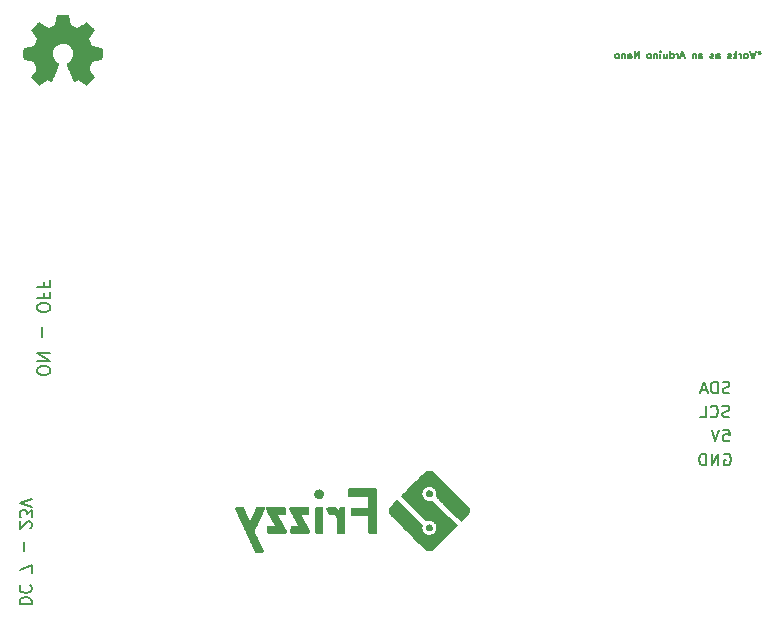
<source format=gbo>
%TF.GenerationSoftware,KiCad,Pcbnew,4.0.7*%
%TF.CreationDate,2018-07-15T20:27:14+02:00*%
%TF.ProjectId,Grape,47726170652E6B696361645F70636200,rev?*%
%TF.FileFunction,Legend,Bot*%
%FSLAX46Y46*%
G04 Gerber Fmt 4.6, Leading zero omitted, Abs format (unit mm)*
G04 Created by KiCad (PCBNEW 4.0.7) date 07/15/18 20:27:14*
%MOMM*%
%LPD*%
G01*
G04 APERTURE LIST*
%ADD10C,0.150000*%
%ADD11C,0.127000*%
%ADD12C,0.200000*%
%ADD13C,0.010000*%
G04 APERTURE END LIST*
D10*
D11*
X64350142Y-4370429D02*
X64350142Y-4513286D01*
X64492999Y-4456143D02*
X64350142Y-4513286D01*
X64207284Y-4456143D01*
X64435856Y-4627571D02*
X64350142Y-4513286D01*
X64264427Y-4627571D01*
X64035856Y-4370429D02*
X63892999Y-4970429D01*
X63778713Y-4541857D01*
X63664427Y-4970429D01*
X63521570Y-4370429D01*
X63207285Y-4970429D02*
X63264427Y-4941857D01*
X63292999Y-4913286D01*
X63321570Y-4856143D01*
X63321570Y-4684714D01*
X63292999Y-4627571D01*
X63264427Y-4599000D01*
X63207285Y-4570429D01*
X63121570Y-4570429D01*
X63064427Y-4599000D01*
X63035856Y-4627571D01*
X63007285Y-4684714D01*
X63007285Y-4856143D01*
X63035856Y-4913286D01*
X63064427Y-4941857D01*
X63121570Y-4970429D01*
X63207285Y-4970429D01*
X62750142Y-4970429D02*
X62750142Y-4570429D01*
X62750142Y-4684714D02*
X62721570Y-4627571D01*
X62692999Y-4599000D01*
X62635856Y-4570429D01*
X62578713Y-4570429D01*
X62378713Y-4970429D02*
X62378713Y-4370429D01*
X62321570Y-4741857D02*
X62150141Y-4970429D01*
X62150141Y-4570429D02*
X62378713Y-4799000D01*
X61921570Y-4941857D02*
X61864427Y-4970429D01*
X61750142Y-4970429D01*
X61692999Y-4941857D01*
X61664427Y-4884714D01*
X61664427Y-4856143D01*
X61692999Y-4799000D01*
X61750142Y-4770429D01*
X61835856Y-4770429D01*
X61892999Y-4741857D01*
X61921570Y-4684714D01*
X61921570Y-4656143D01*
X61892999Y-4599000D01*
X61835856Y-4570429D01*
X61750142Y-4570429D01*
X61692999Y-4599000D01*
X60692999Y-4970429D02*
X60692999Y-4656143D01*
X60721570Y-4599000D01*
X60778713Y-4570429D01*
X60892999Y-4570429D01*
X60950142Y-4599000D01*
X60692999Y-4941857D02*
X60750142Y-4970429D01*
X60892999Y-4970429D01*
X60950142Y-4941857D01*
X60978713Y-4884714D01*
X60978713Y-4827571D01*
X60950142Y-4770429D01*
X60892999Y-4741857D01*
X60750142Y-4741857D01*
X60692999Y-4713286D01*
X60435856Y-4941857D02*
X60378713Y-4970429D01*
X60264428Y-4970429D01*
X60207285Y-4941857D01*
X60178713Y-4884714D01*
X60178713Y-4856143D01*
X60207285Y-4799000D01*
X60264428Y-4770429D01*
X60350142Y-4770429D01*
X60407285Y-4741857D01*
X60435856Y-4684714D01*
X60435856Y-4656143D01*
X60407285Y-4599000D01*
X60350142Y-4570429D01*
X60264428Y-4570429D01*
X60207285Y-4599000D01*
X59207285Y-4970429D02*
X59207285Y-4656143D01*
X59235856Y-4599000D01*
X59292999Y-4570429D01*
X59407285Y-4570429D01*
X59464428Y-4599000D01*
X59207285Y-4941857D02*
X59264428Y-4970429D01*
X59407285Y-4970429D01*
X59464428Y-4941857D01*
X59492999Y-4884714D01*
X59492999Y-4827571D01*
X59464428Y-4770429D01*
X59407285Y-4741857D01*
X59264428Y-4741857D01*
X59207285Y-4713286D01*
X58921571Y-4570429D02*
X58921571Y-4970429D01*
X58921571Y-4627571D02*
X58892999Y-4599000D01*
X58835857Y-4570429D01*
X58750142Y-4570429D01*
X58692999Y-4599000D01*
X58664428Y-4656143D01*
X58664428Y-4970429D01*
X57950142Y-4799000D02*
X57664428Y-4799000D01*
X58007285Y-4970429D02*
X57807285Y-4370429D01*
X57607285Y-4970429D01*
X57407285Y-4970429D02*
X57407285Y-4570429D01*
X57407285Y-4684714D02*
X57378713Y-4627571D01*
X57350142Y-4599000D01*
X57292999Y-4570429D01*
X57235856Y-4570429D01*
X56778713Y-4970429D02*
X56778713Y-4370429D01*
X56778713Y-4941857D02*
X56835856Y-4970429D01*
X56950142Y-4970429D01*
X57007284Y-4941857D01*
X57035856Y-4913286D01*
X57064427Y-4856143D01*
X57064427Y-4684714D01*
X57035856Y-4627571D01*
X57007284Y-4599000D01*
X56950142Y-4570429D01*
X56835856Y-4570429D01*
X56778713Y-4599000D01*
X56235856Y-4570429D02*
X56235856Y-4970429D01*
X56492999Y-4570429D02*
X56492999Y-4884714D01*
X56464427Y-4941857D01*
X56407285Y-4970429D01*
X56321570Y-4970429D01*
X56264427Y-4941857D01*
X56235856Y-4913286D01*
X55950142Y-4970429D02*
X55950142Y-4570429D01*
X55950142Y-4370429D02*
X55978713Y-4399000D01*
X55950142Y-4427571D01*
X55921570Y-4399000D01*
X55950142Y-4370429D01*
X55950142Y-4427571D01*
X55664428Y-4570429D02*
X55664428Y-4970429D01*
X55664428Y-4627571D02*
X55635856Y-4599000D01*
X55578714Y-4570429D01*
X55492999Y-4570429D01*
X55435856Y-4599000D01*
X55407285Y-4656143D01*
X55407285Y-4970429D01*
X55035857Y-4970429D02*
X55092999Y-4941857D01*
X55121571Y-4913286D01*
X55150142Y-4856143D01*
X55150142Y-4684714D01*
X55121571Y-4627571D01*
X55092999Y-4599000D01*
X55035857Y-4570429D01*
X54950142Y-4570429D01*
X54892999Y-4599000D01*
X54864428Y-4627571D01*
X54835857Y-4684714D01*
X54835857Y-4856143D01*
X54864428Y-4913286D01*
X54892999Y-4941857D01*
X54950142Y-4970429D01*
X55035857Y-4970429D01*
X54121571Y-4970429D02*
X54121571Y-4370429D01*
X53778714Y-4970429D01*
X53778714Y-4370429D01*
X53235857Y-4970429D02*
X53235857Y-4656143D01*
X53264428Y-4599000D01*
X53321571Y-4570429D01*
X53435857Y-4570429D01*
X53493000Y-4599000D01*
X53235857Y-4941857D02*
X53293000Y-4970429D01*
X53435857Y-4970429D01*
X53493000Y-4941857D01*
X53521571Y-4884714D01*
X53521571Y-4827571D01*
X53493000Y-4770429D01*
X53435857Y-4741857D01*
X53293000Y-4741857D01*
X53235857Y-4713286D01*
X52950143Y-4570429D02*
X52950143Y-4970429D01*
X52950143Y-4627571D02*
X52921571Y-4599000D01*
X52864429Y-4570429D01*
X52778714Y-4570429D01*
X52721571Y-4599000D01*
X52693000Y-4656143D01*
X52693000Y-4970429D01*
X52321572Y-4970429D02*
X52378714Y-4941857D01*
X52407286Y-4913286D01*
X52435857Y-4856143D01*
X52435857Y-4684714D01*
X52407286Y-4627571D01*
X52378714Y-4599000D01*
X52321572Y-4570429D01*
X52235857Y-4570429D01*
X52178714Y-4599000D01*
X52150143Y-4627571D01*
X52121572Y-4684714D01*
X52121572Y-4856143D01*
X52150143Y-4913286D01*
X52178714Y-4941857D01*
X52235857Y-4970429D01*
X52321572Y-4970429D01*
X61340904Y-38489000D02*
X61436142Y-38441381D01*
X61578999Y-38441381D01*
X61721857Y-38489000D01*
X61817095Y-38584238D01*
X61864714Y-38679476D01*
X61912333Y-38869952D01*
X61912333Y-39012810D01*
X61864714Y-39203286D01*
X61817095Y-39298524D01*
X61721857Y-39393762D01*
X61578999Y-39441381D01*
X61483761Y-39441381D01*
X61340904Y-39393762D01*
X61293285Y-39346143D01*
X61293285Y-39012810D01*
X61483761Y-39012810D01*
X60864714Y-39441381D02*
X60864714Y-38441381D01*
X60293285Y-39441381D01*
X60293285Y-38441381D01*
X59817095Y-39441381D02*
X59817095Y-38441381D01*
X59579000Y-38441381D01*
X59436142Y-38489000D01*
X59340904Y-38584238D01*
X59293285Y-38679476D01*
X59245666Y-38869952D01*
X59245666Y-39012810D01*
X59293285Y-39203286D01*
X59340904Y-39298524D01*
X59436142Y-39393762D01*
X59579000Y-39441381D01*
X59817095Y-39441381D01*
X61277476Y-36409381D02*
X61753667Y-36409381D01*
X61801286Y-36885571D01*
X61753667Y-36837952D01*
X61658429Y-36790333D01*
X61420333Y-36790333D01*
X61325095Y-36837952D01*
X61277476Y-36885571D01*
X61229857Y-36980810D01*
X61229857Y-37218905D01*
X61277476Y-37314143D01*
X61325095Y-37361762D01*
X61420333Y-37409381D01*
X61658429Y-37409381D01*
X61753667Y-37361762D01*
X61801286Y-37314143D01*
X60944143Y-36409381D02*
X60610810Y-37409381D01*
X60277476Y-36409381D01*
X61769476Y-35329762D02*
X61626619Y-35377381D01*
X61388523Y-35377381D01*
X61293285Y-35329762D01*
X61245666Y-35282143D01*
X61198047Y-35186905D01*
X61198047Y-35091667D01*
X61245666Y-34996429D01*
X61293285Y-34948810D01*
X61388523Y-34901190D01*
X61579000Y-34853571D01*
X61674238Y-34805952D01*
X61721857Y-34758333D01*
X61769476Y-34663095D01*
X61769476Y-34567857D01*
X61721857Y-34472619D01*
X61674238Y-34425000D01*
X61579000Y-34377381D01*
X61340904Y-34377381D01*
X61198047Y-34425000D01*
X60198047Y-35282143D02*
X60245666Y-35329762D01*
X60388523Y-35377381D01*
X60483761Y-35377381D01*
X60626619Y-35329762D01*
X60721857Y-35234524D01*
X60769476Y-35139286D01*
X60817095Y-34948810D01*
X60817095Y-34805952D01*
X60769476Y-34615476D01*
X60721857Y-34520238D01*
X60626619Y-34425000D01*
X60483761Y-34377381D01*
X60388523Y-34377381D01*
X60245666Y-34425000D01*
X60198047Y-34472619D01*
X59293285Y-35377381D02*
X59769476Y-35377381D01*
X59769476Y-34377381D01*
X61793286Y-33297762D02*
X61650429Y-33345381D01*
X61412333Y-33345381D01*
X61317095Y-33297762D01*
X61269476Y-33250143D01*
X61221857Y-33154905D01*
X61221857Y-33059667D01*
X61269476Y-32964429D01*
X61317095Y-32916810D01*
X61412333Y-32869190D01*
X61602810Y-32821571D01*
X61698048Y-32773952D01*
X61745667Y-32726333D01*
X61793286Y-32631095D01*
X61793286Y-32535857D01*
X61745667Y-32440619D01*
X61698048Y-32393000D01*
X61602810Y-32345381D01*
X61364714Y-32345381D01*
X61221857Y-32393000D01*
X60793286Y-33345381D02*
X60793286Y-32345381D01*
X60555191Y-32345381D01*
X60412333Y-32393000D01*
X60317095Y-32488238D01*
X60269476Y-32583476D01*
X60221857Y-32773952D01*
X60221857Y-32916810D01*
X60269476Y-33107286D01*
X60317095Y-33202524D01*
X60412333Y-33297762D01*
X60555191Y-33345381D01*
X60793286Y-33345381D01*
X59840905Y-33059667D02*
X59364714Y-33059667D01*
X59936143Y-33345381D02*
X59602810Y-32345381D01*
X59269476Y-33345381D01*
D12*
X1706619Y-51180453D02*
X2706619Y-51180453D01*
X2706619Y-50942358D01*
X2659000Y-50799500D01*
X2563762Y-50704262D01*
X2468524Y-50656643D01*
X2278048Y-50609024D01*
X2135190Y-50609024D01*
X1944714Y-50656643D01*
X1849476Y-50704262D01*
X1754238Y-50799500D01*
X1706619Y-50942358D01*
X1706619Y-51180453D01*
X1801857Y-49609024D02*
X1754238Y-49656643D01*
X1706619Y-49799500D01*
X1706619Y-49894738D01*
X1754238Y-50037596D01*
X1849476Y-50132834D01*
X1944714Y-50180453D01*
X2135190Y-50228072D01*
X2278048Y-50228072D01*
X2468524Y-50180453D01*
X2563762Y-50132834D01*
X2659000Y-50037596D01*
X2706619Y-49894738D01*
X2706619Y-49799500D01*
X2659000Y-49656643D01*
X2611381Y-49609024D01*
X2706619Y-48513786D02*
X2706619Y-47847119D01*
X1706619Y-48275691D01*
X2087571Y-46704262D02*
X2087571Y-45942357D01*
X2611381Y-44751881D02*
X2659000Y-44704262D01*
X2706619Y-44609024D01*
X2706619Y-44370928D01*
X2659000Y-44275690D01*
X2611381Y-44228071D01*
X2516143Y-44180452D01*
X2420905Y-44180452D01*
X2278048Y-44228071D01*
X1706619Y-44799500D01*
X1706619Y-44180452D01*
X2706619Y-43847119D02*
X2706619Y-43228071D01*
X2325667Y-43561405D01*
X2325667Y-43418547D01*
X2278048Y-43323309D01*
X2230429Y-43275690D01*
X2135190Y-43228071D01*
X1897095Y-43228071D01*
X1801857Y-43275690D01*
X1754238Y-43323309D01*
X1706619Y-43418547D01*
X1706619Y-43704262D01*
X1754238Y-43799500D01*
X1801857Y-43847119D01*
X2706619Y-42942357D02*
X1706619Y-42609024D01*
X2706619Y-42275690D01*
X4285381Y-31532047D02*
X4285381Y-31322524D01*
X4233000Y-31217762D01*
X4128238Y-31113000D01*
X3918714Y-31060619D01*
X3552048Y-31060619D01*
X3342524Y-31113000D01*
X3237762Y-31217762D01*
X3185381Y-31322524D01*
X3185381Y-31532047D01*
X3237762Y-31636809D01*
X3342524Y-31741571D01*
X3552048Y-31793952D01*
X3918714Y-31793952D01*
X4128238Y-31741571D01*
X4233000Y-31636809D01*
X4285381Y-31532047D01*
X3185381Y-30589190D02*
X4285381Y-30589190D01*
X3185381Y-29960619D01*
X4285381Y-29960619D01*
X3604429Y-28598714D02*
X3604429Y-27760619D01*
X4285381Y-26189190D02*
X4285381Y-25979667D01*
X4233000Y-25874905D01*
X4128238Y-25770143D01*
X3918714Y-25717762D01*
X3552048Y-25717762D01*
X3342524Y-25770143D01*
X3237762Y-25874905D01*
X3185381Y-25979667D01*
X3185381Y-26189190D01*
X3237762Y-26293952D01*
X3342524Y-26398714D01*
X3552048Y-26451095D01*
X3918714Y-26451095D01*
X4128238Y-26398714D01*
X4233000Y-26293952D01*
X4285381Y-26189190D01*
X3761571Y-24879667D02*
X3761571Y-25246333D01*
X3185381Y-25246333D02*
X4285381Y-25246333D01*
X4285381Y-24722524D01*
X3761571Y-23936810D02*
X3761571Y-24303476D01*
X3185381Y-24303476D02*
X4285381Y-24303476D01*
X4285381Y-23779667D01*
D13*
G36*
X4778186Y-1723431D02*
X4694365Y-2168055D01*
X4385080Y-2295553D01*
X4075794Y-2423051D01*
X3704754Y-2170746D01*
X3600843Y-2100496D01*
X3506913Y-2037772D01*
X3427348Y-1985438D01*
X3366530Y-1946357D01*
X3328843Y-1923393D01*
X3318579Y-1918442D01*
X3300090Y-1931176D01*
X3260580Y-1966382D01*
X3204478Y-2019562D01*
X3136213Y-2086218D01*
X3060214Y-2161854D01*
X2980908Y-2241972D01*
X2902725Y-2322074D01*
X2830093Y-2397664D01*
X2767441Y-2464245D01*
X2719197Y-2517318D01*
X2689790Y-2552387D01*
X2682759Y-2564123D01*
X2692877Y-2585760D01*
X2721241Y-2633162D01*
X2764871Y-2701693D01*
X2820782Y-2786715D01*
X2885994Y-2883593D01*
X2923781Y-2938850D01*
X2992657Y-3039748D01*
X3053860Y-3130799D01*
X3104422Y-3207470D01*
X3141372Y-3265228D01*
X3161742Y-3299543D01*
X3164803Y-3306754D01*
X3157864Y-3327248D01*
X3138949Y-3375013D01*
X3110913Y-3443332D01*
X3076609Y-3525489D01*
X3038891Y-3614770D01*
X3000613Y-3704458D01*
X2964630Y-3787838D01*
X2933794Y-3858194D01*
X2910961Y-3908810D01*
X2898983Y-3932971D01*
X2898276Y-3933922D01*
X2879469Y-3938536D01*
X2829382Y-3948828D01*
X2753207Y-3963787D01*
X2656135Y-3982401D01*
X2543357Y-4003659D01*
X2477558Y-4015918D01*
X2357050Y-4038862D01*
X2248203Y-4060695D01*
X2156524Y-4080222D01*
X2087519Y-4096248D01*
X2046696Y-4107579D01*
X2038489Y-4111174D01*
X2030452Y-4135506D01*
X2023967Y-4190459D01*
X2019030Y-4269608D01*
X2015636Y-4366526D01*
X2013782Y-4474787D01*
X2013462Y-4587965D01*
X2014673Y-4699635D01*
X2017410Y-4803368D01*
X2021669Y-4892741D01*
X2027445Y-4961326D01*
X2034733Y-5002697D01*
X2039105Y-5011310D01*
X2065236Y-5021633D01*
X2120607Y-5036392D01*
X2197893Y-5053852D01*
X2289770Y-5072280D01*
X2321842Y-5078241D01*
X2476476Y-5106566D01*
X2598625Y-5129376D01*
X2692327Y-5147580D01*
X2761616Y-5162083D01*
X2810529Y-5173792D01*
X2843103Y-5183615D01*
X2863372Y-5192456D01*
X2875374Y-5201224D01*
X2877053Y-5202957D01*
X2893816Y-5230871D01*
X2919386Y-5285195D01*
X2951212Y-5359277D01*
X2986740Y-5446465D01*
X3023417Y-5540108D01*
X3058689Y-5633552D01*
X3090004Y-5720147D01*
X3114807Y-5793240D01*
X3130546Y-5846178D01*
X3134668Y-5872311D01*
X3134324Y-5873226D01*
X3120359Y-5894586D01*
X3088678Y-5941584D01*
X3042609Y-6009327D01*
X2985482Y-6092923D01*
X2920627Y-6187482D01*
X2902157Y-6214354D01*
X2836301Y-6311775D01*
X2778350Y-6400663D01*
X2731462Y-6475912D01*
X2698793Y-6532420D01*
X2683500Y-6565081D01*
X2682759Y-6569093D01*
X2695608Y-6590184D01*
X2731112Y-6631964D01*
X2784707Y-6689945D01*
X2851829Y-6759635D01*
X2927913Y-6836545D01*
X3008396Y-6916183D01*
X3088713Y-6994061D01*
X3164301Y-7065686D01*
X3230595Y-7126570D01*
X3283031Y-7172221D01*
X3317045Y-7198150D01*
X3326455Y-7202383D01*
X3348357Y-7192412D01*
X3393200Y-7165520D01*
X3453679Y-7126236D01*
X3500211Y-7094617D01*
X3584525Y-7036598D01*
X3684374Y-6968284D01*
X3784527Y-6900079D01*
X3838373Y-6863575D01*
X4020629Y-6740300D01*
X4173619Y-6823020D01*
X4243318Y-6859259D01*
X4302586Y-6887426D01*
X4342689Y-6903491D01*
X4352897Y-6905726D01*
X4365171Y-6889222D01*
X4389387Y-6842582D01*
X4423737Y-6770109D01*
X4466412Y-6676106D01*
X4515606Y-6564874D01*
X4569510Y-6440715D01*
X4626316Y-6307932D01*
X4684218Y-6170827D01*
X4741407Y-6033702D01*
X4796076Y-5900858D01*
X4846416Y-5776598D01*
X4890620Y-5665225D01*
X4926881Y-5571039D01*
X4953391Y-5498344D01*
X4968342Y-5451441D01*
X4970746Y-5435333D01*
X4951689Y-5414786D01*
X4909964Y-5381433D01*
X4854294Y-5342202D01*
X4849622Y-5339099D01*
X4705736Y-5223923D01*
X4589717Y-5089553D01*
X4502570Y-4940284D01*
X4445301Y-4780413D01*
X4418914Y-4614237D01*
X4424415Y-4446052D01*
X4462810Y-4280155D01*
X4535105Y-4120842D01*
X4556374Y-4085987D01*
X4667004Y-3945237D01*
X4797698Y-3832214D01*
X4943936Y-3747503D01*
X5101192Y-3691694D01*
X5264943Y-3665374D01*
X5430667Y-3669130D01*
X5593838Y-3703550D01*
X5749935Y-3769223D01*
X5894433Y-3866735D01*
X5939131Y-3906313D01*
X6052888Y-4030203D01*
X6135782Y-4160624D01*
X6192644Y-4306815D01*
X6224313Y-4451588D01*
X6232131Y-4614360D01*
X6206062Y-4777940D01*
X6148755Y-4936798D01*
X6062856Y-5085406D01*
X5951014Y-5218235D01*
X5815877Y-5329756D01*
X5798117Y-5341511D01*
X5741850Y-5380008D01*
X5699077Y-5413363D01*
X5678628Y-5434660D01*
X5678331Y-5435333D01*
X5682721Y-5458371D01*
X5700124Y-5510657D01*
X5728732Y-5587890D01*
X5766735Y-5685768D01*
X5812326Y-5799991D01*
X5863697Y-5926258D01*
X5919038Y-6060267D01*
X5976542Y-6197718D01*
X6034399Y-6334308D01*
X6090802Y-6465737D01*
X6143942Y-6587705D01*
X6192010Y-6695909D01*
X6233199Y-6786049D01*
X6265699Y-6853823D01*
X6287703Y-6894930D01*
X6296564Y-6905726D01*
X6323640Y-6897319D01*
X6374303Y-6874772D01*
X6439817Y-6842113D01*
X6475841Y-6823020D01*
X6628832Y-6740300D01*
X6811088Y-6863575D01*
X6904125Y-6926728D01*
X7005985Y-6996227D01*
X7101438Y-7061665D01*
X7149250Y-7094617D01*
X7216495Y-7139773D01*
X7273436Y-7175557D01*
X7312646Y-7197438D01*
X7325381Y-7202063D01*
X7343917Y-7189585D01*
X7384941Y-7154752D01*
X7444475Y-7101178D01*
X7518542Y-7032483D01*
X7603165Y-6952281D01*
X7656685Y-6900786D01*
X7750319Y-6808786D01*
X7831241Y-6726499D01*
X7896177Y-6657445D01*
X7941858Y-6605144D01*
X7965011Y-6573116D01*
X7967232Y-6566616D01*
X7956924Y-6541894D01*
X7928439Y-6491905D01*
X7884937Y-6421712D01*
X7829577Y-6336375D01*
X7765520Y-6240956D01*
X7747303Y-6214354D01*
X7680927Y-6117667D01*
X7621378Y-6030617D01*
X7571984Y-5958095D01*
X7536075Y-5904993D01*
X7516981Y-5876203D01*
X7515136Y-5873226D01*
X7517895Y-5850282D01*
X7532538Y-5799836D01*
X7556513Y-5728541D01*
X7587266Y-5643047D01*
X7622244Y-5550007D01*
X7658893Y-5456074D01*
X7694661Y-5367899D01*
X7726994Y-5292134D01*
X7753338Y-5235431D01*
X7771142Y-5204443D01*
X7772407Y-5202957D01*
X7783294Y-5194101D01*
X7801682Y-5185343D01*
X7831606Y-5175777D01*
X7877103Y-5164496D01*
X7942209Y-5150593D01*
X8030961Y-5133163D01*
X8147393Y-5111298D01*
X8295542Y-5084091D01*
X8327618Y-5078241D01*
X8422686Y-5059874D01*
X8505565Y-5041905D01*
X8568930Y-5026069D01*
X8605458Y-5014100D01*
X8610356Y-5011310D01*
X8618427Y-4986572D01*
X8624987Y-4931290D01*
X8630033Y-4851889D01*
X8633559Y-4754796D01*
X8635561Y-4646438D01*
X8636036Y-4533240D01*
X8634977Y-4421628D01*
X8632382Y-4318029D01*
X8628246Y-4228868D01*
X8622563Y-4160572D01*
X8615331Y-4119566D01*
X8610971Y-4111174D01*
X8586698Y-4102708D01*
X8531426Y-4088935D01*
X8450662Y-4071050D01*
X8349912Y-4050248D01*
X8234683Y-4027723D01*
X8171902Y-4015918D01*
X8052787Y-3993651D01*
X7946565Y-3973479D01*
X7858427Y-3956415D01*
X7793566Y-3943469D01*
X7757174Y-3935655D01*
X7751184Y-3933922D01*
X7741061Y-3914390D01*
X7719662Y-3867343D01*
X7689839Y-3799503D01*
X7654445Y-3717591D01*
X7616332Y-3628328D01*
X7578353Y-3538435D01*
X7543360Y-3454635D01*
X7514206Y-3383647D01*
X7493743Y-3332194D01*
X7484823Y-3306997D01*
X7484657Y-3305896D01*
X7494769Y-3286019D01*
X7523117Y-3240277D01*
X7566723Y-3173217D01*
X7622606Y-3089384D01*
X7687787Y-2993326D01*
X7725679Y-2938150D01*
X7794725Y-2836981D01*
X7856050Y-2745130D01*
X7906663Y-2667244D01*
X7943571Y-2607969D01*
X7963782Y-2571951D01*
X7966701Y-2563877D01*
X7954153Y-2545084D01*
X7919463Y-2504957D01*
X7867063Y-2447993D01*
X7801384Y-2378685D01*
X7726856Y-2301531D01*
X7647913Y-2221025D01*
X7568983Y-2141663D01*
X7494500Y-2067940D01*
X7428894Y-2004352D01*
X7376596Y-1955394D01*
X7342039Y-1925561D01*
X7330478Y-1918442D01*
X7311654Y-1928453D01*
X7266631Y-1956578D01*
X7199787Y-1999954D01*
X7115499Y-2055718D01*
X7018144Y-2121006D01*
X6944707Y-2170746D01*
X6573667Y-2423051D01*
X5955095Y-2168055D01*
X5871275Y-1723431D01*
X5787454Y-1278807D01*
X4862006Y-1278807D01*
X4778186Y-1723431D01*
X4778186Y-1723431D01*
G37*
X4778186Y-1723431D02*
X4694365Y-2168055D01*
X4385080Y-2295553D01*
X4075794Y-2423051D01*
X3704754Y-2170746D01*
X3600843Y-2100496D01*
X3506913Y-2037772D01*
X3427348Y-1985438D01*
X3366530Y-1946357D01*
X3328843Y-1923393D01*
X3318579Y-1918442D01*
X3300090Y-1931176D01*
X3260580Y-1966382D01*
X3204478Y-2019562D01*
X3136213Y-2086218D01*
X3060214Y-2161854D01*
X2980908Y-2241972D01*
X2902725Y-2322074D01*
X2830093Y-2397664D01*
X2767441Y-2464245D01*
X2719197Y-2517318D01*
X2689790Y-2552387D01*
X2682759Y-2564123D01*
X2692877Y-2585760D01*
X2721241Y-2633162D01*
X2764871Y-2701693D01*
X2820782Y-2786715D01*
X2885994Y-2883593D01*
X2923781Y-2938850D01*
X2992657Y-3039748D01*
X3053860Y-3130799D01*
X3104422Y-3207470D01*
X3141372Y-3265228D01*
X3161742Y-3299543D01*
X3164803Y-3306754D01*
X3157864Y-3327248D01*
X3138949Y-3375013D01*
X3110913Y-3443332D01*
X3076609Y-3525489D01*
X3038891Y-3614770D01*
X3000613Y-3704458D01*
X2964630Y-3787838D01*
X2933794Y-3858194D01*
X2910961Y-3908810D01*
X2898983Y-3932971D01*
X2898276Y-3933922D01*
X2879469Y-3938536D01*
X2829382Y-3948828D01*
X2753207Y-3963787D01*
X2656135Y-3982401D01*
X2543357Y-4003659D01*
X2477558Y-4015918D01*
X2357050Y-4038862D01*
X2248203Y-4060695D01*
X2156524Y-4080222D01*
X2087519Y-4096248D01*
X2046696Y-4107579D01*
X2038489Y-4111174D01*
X2030452Y-4135506D01*
X2023967Y-4190459D01*
X2019030Y-4269608D01*
X2015636Y-4366526D01*
X2013782Y-4474787D01*
X2013462Y-4587965D01*
X2014673Y-4699635D01*
X2017410Y-4803368D01*
X2021669Y-4892741D01*
X2027445Y-4961326D01*
X2034733Y-5002697D01*
X2039105Y-5011310D01*
X2065236Y-5021633D01*
X2120607Y-5036392D01*
X2197893Y-5053852D01*
X2289770Y-5072280D01*
X2321842Y-5078241D01*
X2476476Y-5106566D01*
X2598625Y-5129376D01*
X2692327Y-5147580D01*
X2761616Y-5162083D01*
X2810529Y-5173792D01*
X2843103Y-5183615D01*
X2863372Y-5192456D01*
X2875374Y-5201224D01*
X2877053Y-5202957D01*
X2893816Y-5230871D01*
X2919386Y-5285195D01*
X2951212Y-5359277D01*
X2986740Y-5446465D01*
X3023417Y-5540108D01*
X3058689Y-5633552D01*
X3090004Y-5720147D01*
X3114807Y-5793240D01*
X3130546Y-5846178D01*
X3134668Y-5872311D01*
X3134324Y-5873226D01*
X3120359Y-5894586D01*
X3088678Y-5941584D01*
X3042609Y-6009327D01*
X2985482Y-6092923D01*
X2920627Y-6187482D01*
X2902157Y-6214354D01*
X2836301Y-6311775D01*
X2778350Y-6400663D01*
X2731462Y-6475912D01*
X2698793Y-6532420D01*
X2683500Y-6565081D01*
X2682759Y-6569093D01*
X2695608Y-6590184D01*
X2731112Y-6631964D01*
X2784707Y-6689945D01*
X2851829Y-6759635D01*
X2927913Y-6836545D01*
X3008396Y-6916183D01*
X3088713Y-6994061D01*
X3164301Y-7065686D01*
X3230595Y-7126570D01*
X3283031Y-7172221D01*
X3317045Y-7198150D01*
X3326455Y-7202383D01*
X3348357Y-7192412D01*
X3393200Y-7165520D01*
X3453679Y-7126236D01*
X3500211Y-7094617D01*
X3584525Y-7036598D01*
X3684374Y-6968284D01*
X3784527Y-6900079D01*
X3838373Y-6863575D01*
X4020629Y-6740300D01*
X4173619Y-6823020D01*
X4243318Y-6859259D01*
X4302586Y-6887426D01*
X4342689Y-6903491D01*
X4352897Y-6905726D01*
X4365171Y-6889222D01*
X4389387Y-6842582D01*
X4423737Y-6770109D01*
X4466412Y-6676106D01*
X4515606Y-6564874D01*
X4569510Y-6440715D01*
X4626316Y-6307932D01*
X4684218Y-6170827D01*
X4741407Y-6033702D01*
X4796076Y-5900858D01*
X4846416Y-5776598D01*
X4890620Y-5665225D01*
X4926881Y-5571039D01*
X4953391Y-5498344D01*
X4968342Y-5451441D01*
X4970746Y-5435333D01*
X4951689Y-5414786D01*
X4909964Y-5381433D01*
X4854294Y-5342202D01*
X4849622Y-5339099D01*
X4705736Y-5223923D01*
X4589717Y-5089553D01*
X4502570Y-4940284D01*
X4445301Y-4780413D01*
X4418914Y-4614237D01*
X4424415Y-4446052D01*
X4462810Y-4280155D01*
X4535105Y-4120842D01*
X4556374Y-4085987D01*
X4667004Y-3945237D01*
X4797698Y-3832214D01*
X4943936Y-3747503D01*
X5101192Y-3691694D01*
X5264943Y-3665374D01*
X5430667Y-3669130D01*
X5593838Y-3703550D01*
X5749935Y-3769223D01*
X5894433Y-3866735D01*
X5939131Y-3906313D01*
X6052888Y-4030203D01*
X6135782Y-4160624D01*
X6192644Y-4306815D01*
X6224313Y-4451588D01*
X6232131Y-4614360D01*
X6206062Y-4777940D01*
X6148755Y-4936798D01*
X6062856Y-5085406D01*
X5951014Y-5218235D01*
X5815877Y-5329756D01*
X5798117Y-5341511D01*
X5741850Y-5380008D01*
X5699077Y-5413363D01*
X5678628Y-5434660D01*
X5678331Y-5435333D01*
X5682721Y-5458371D01*
X5700124Y-5510657D01*
X5728732Y-5587890D01*
X5766735Y-5685768D01*
X5812326Y-5799991D01*
X5863697Y-5926258D01*
X5919038Y-6060267D01*
X5976542Y-6197718D01*
X6034399Y-6334308D01*
X6090802Y-6465737D01*
X6143942Y-6587705D01*
X6192010Y-6695909D01*
X6233199Y-6786049D01*
X6265699Y-6853823D01*
X6287703Y-6894930D01*
X6296564Y-6905726D01*
X6323640Y-6897319D01*
X6374303Y-6874772D01*
X6439817Y-6842113D01*
X6475841Y-6823020D01*
X6628832Y-6740300D01*
X6811088Y-6863575D01*
X6904125Y-6926728D01*
X7005985Y-6996227D01*
X7101438Y-7061665D01*
X7149250Y-7094617D01*
X7216495Y-7139773D01*
X7273436Y-7175557D01*
X7312646Y-7197438D01*
X7325381Y-7202063D01*
X7343917Y-7189585D01*
X7384941Y-7154752D01*
X7444475Y-7101178D01*
X7518542Y-7032483D01*
X7603165Y-6952281D01*
X7656685Y-6900786D01*
X7750319Y-6808786D01*
X7831241Y-6726499D01*
X7896177Y-6657445D01*
X7941858Y-6605144D01*
X7965011Y-6573116D01*
X7967232Y-6566616D01*
X7956924Y-6541894D01*
X7928439Y-6491905D01*
X7884937Y-6421712D01*
X7829577Y-6336375D01*
X7765520Y-6240956D01*
X7747303Y-6214354D01*
X7680927Y-6117667D01*
X7621378Y-6030617D01*
X7571984Y-5958095D01*
X7536075Y-5904993D01*
X7516981Y-5876203D01*
X7515136Y-5873226D01*
X7517895Y-5850282D01*
X7532538Y-5799836D01*
X7556513Y-5728541D01*
X7587266Y-5643047D01*
X7622244Y-5550007D01*
X7658893Y-5456074D01*
X7694661Y-5367899D01*
X7726994Y-5292134D01*
X7753338Y-5235431D01*
X7771142Y-5204443D01*
X7772407Y-5202957D01*
X7783294Y-5194101D01*
X7801682Y-5185343D01*
X7831606Y-5175777D01*
X7877103Y-5164496D01*
X7942209Y-5150593D01*
X8030961Y-5133163D01*
X8147393Y-5111298D01*
X8295542Y-5084091D01*
X8327618Y-5078241D01*
X8422686Y-5059874D01*
X8505565Y-5041905D01*
X8568930Y-5026069D01*
X8605458Y-5014100D01*
X8610356Y-5011310D01*
X8618427Y-4986572D01*
X8624987Y-4931290D01*
X8630033Y-4851889D01*
X8633559Y-4754796D01*
X8635561Y-4646438D01*
X8636036Y-4533240D01*
X8634977Y-4421628D01*
X8632382Y-4318029D01*
X8628246Y-4228868D01*
X8622563Y-4160572D01*
X8615331Y-4119566D01*
X8610971Y-4111174D01*
X8586698Y-4102708D01*
X8531426Y-4088935D01*
X8450662Y-4071050D01*
X8349912Y-4050248D01*
X8234683Y-4027723D01*
X8171902Y-4015918D01*
X8052787Y-3993651D01*
X7946565Y-3973479D01*
X7858427Y-3956415D01*
X7793566Y-3943469D01*
X7757174Y-3935655D01*
X7751184Y-3933922D01*
X7741061Y-3914390D01*
X7719662Y-3867343D01*
X7689839Y-3799503D01*
X7654445Y-3717591D01*
X7616332Y-3628328D01*
X7578353Y-3538435D01*
X7543360Y-3454635D01*
X7514206Y-3383647D01*
X7493743Y-3332194D01*
X7484823Y-3306997D01*
X7484657Y-3305896D01*
X7494769Y-3286019D01*
X7523117Y-3240277D01*
X7566723Y-3173217D01*
X7622606Y-3089384D01*
X7687787Y-2993326D01*
X7725679Y-2938150D01*
X7794725Y-2836981D01*
X7856050Y-2745130D01*
X7906663Y-2667244D01*
X7943571Y-2607969D01*
X7963782Y-2571951D01*
X7966701Y-2563877D01*
X7954153Y-2545084D01*
X7919463Y-2504957D01*
X7867063Y-2447993D01*
X7801384Y-2378685D01*
X7726856Y-2301531D01*
X7647913Y-2221025D01*
X7568983Y-2141663D01*
X7494500Y-2067940D01*
X7428894Y-2004352D01*
X7376596Y-1955394D01*
X7342039Y-1925561D01*
X7330478Y-1918442D01*
X7311654Y-1928453D01*
X7266631Y-1956578D01*
X7199787Y-1999954D01*
X7115499Y-2055718D01*
X7018144Y-2121006D01*
X6944707Y-2170746D01*
X6573667Y-2423051D01*
X5955095Y-2168055D01*
X5871275Y-1723431D01*
X5787454Y-1278807D01*
X4862006Y-1278807D01*
X4778186Y-1723431D01*
G36*
X20167702Y-42983169D02*
X20101068Y-42985723D01*
X20046618Y-42989727D01*
X20009047Y-42995220D01*
X20000059Y-42997747D01*
X19975342Y-43007841D01*
X19967331Y-43013559D01*
X19968483Y-43013933D01*
X19969409Y-43021920D01*
X19959809Y-43034005D01*
X19947832Y-43061318D01*
X19948403Y-43098642D01*
X19961299Y-43134034D01*
X19961694Y-43134660D01*
X19970338Y-43151829D01*
X19971010Y-43154600D01*
X19976785Y-43169323D01*
X19992669Y-43204643D01*
X20017625Y-43258329D01*
X20050618Y-43328152D01*
X20089037Y-43408600D01*
X20106845Y-43446428D01*
X20119317Y-43474243D01*
X20123379Y-43484800D01*
X20128862Y-43498501D01*
X20142622Y-43529058D01*
X20161930Y-43570439D01*
X20166486Y-43580050D01*
X20200580Y-43652731D01*
X20223863Y-43704750D01*
X20237143Y-43738027D01*
X20241231Y-43754486D01*
X20240771Y-43756456D01*
X20245833Y-43768349D01*
X20261644Y-43788266D01*
X20275709Y-43807147D01*
X20275550Y-43815000D01*
X20275393Y-43822853D01*
X20289457Y-43841733D01*
X20305535Y-43861419D01*
X20309583Y-43870308D01*
X20310363Y-43882645D01*
X20322779Y-43915538D01*
X20347067Y-43969548D01*
X20381106Y-44040425D01*
X20402684Y-44086015D01*
X20418110Y-44121574D01*
X20425290Y-44142112D01*
X20425029Y-44145200D01*
X20426852Y-44153099D01*
X20440650Y-44170600D01*
X20454030Y-44188877D01*
X20453350Y-44196000D01*
X20453193Y-44203853D01*
X20467257Y-44222733D01*
X20483661Y-44243554D01*
X20488130Y-44254543D01*
X20489570Y-44266244D01*
X20499954Y-44294176D01*
X20520093Y-44340262D01*
X20550796Y-44406423D01*
X20562415Y-44430950D01*
X20582592Y-44473858D01*
X20597866Y-44507222D01*
X20605484Y-44525004D01*
X20605854Y-44526200D01*
X20612136Y-44542080D01*
X20628412Y-44578311D01*
X20653538Y-44632419D01*
X20686368Y-44701928D01*
X20711587Y-44754800D01*
X20732641Y-44799248D01*
X20748836Y-44834299D01*
X20757513Y-44854167D01*
X20758272Y-44856400D01*
X20763833Y-44870299D01*
X20777317Y-44900507D01*
X20795091Y-44938950D01*
X20823197Y-45000163D01*
X20841262Y-45042777D01*
X20850922Y-45070748D01*
X20852784Y-45078650D01*
X20862570Y-45097395D01*
X20875324Y-45113575D01*
X20886945Y-45130344D01*
X20885150Y-45135800D01*
X20884813Y-45143606D01*
X20897850Y-45161200D01*
X20911230Y-45179477D01*
X20910550Y-45186600D01*
X20909738Y-45194278D01*
X20920377Y-45208825D01*
X20936037Y-45228497D01*
X20940503Y-45237400D01*
X20946231Y-45258431D01*
X20962384Y-45298365D01*
X20987480Y-45353669D01*
X21003228Y-45386625D01*
X21021255Y-45425747D01*
X21032515Y-45454096D01*
X21034750Y-45465937D01*
X21034492Y-45466000D01*
X21036417Y-45473903D01*
X21050250Y-45491400D01*
X21063630Y-45509677D01*
X21062950Y-45516800D01*
X21062613Y-45524606D01*
X21075650Y-45542200D01*
X21089030Y-45560477D01*
X21088350Y-45567600D01*
X21087538Y-45575278D01*
X21098177Y-45589825D01*
X21113837Y-45609497D01*
X21118303Y-45618400D01*
X21123881Y-45638708D01*
X21139687Y-45678381D01*
X21164385Y-45734170D01*
X21178410Y-45764450D01*
X21196730Y-45804104D01*
X21209982Y-45833870D01*
X21215193Y-45847000D01*
X21221097Y-45861520D01*
X21236651Y-45895844D01*
X21260431Y-45946916D01*
X21291011Y-46011682D01*
X21326968Y-46087085D01*
X21333637Y-46101000D01*
X21351445Y-46138828D01*
X21363917Y-46166643D01*
X21367979Y-46177200D01*
X21373462Y-46190901D01*
X21387222Y-46221458D01*
X21406530Y-46262839D01*
X21411086Y-46272450D01*
X21448203Y-46351790D01*
X21473535Y-46408868D01*
X21487050Y-46443607D01*
X21489451Y-46453364D01*
X21497721Y-46469362D01*
X21510324Y-46485175D01*
X21521945Y-46501944D01*
X21520150Y-46507400D01*
X21519813Y-46515206D01*
X21532850Y-46532800D01*
X21547204Y-46551168D01*
X21548540Y-46558200D01*
X21550205Y-46568635D01*
X21561126Y-46596334D01*
X21579112Y-46635885D01*
X21584659Y-46647409D01*
X21613938Y-46701513D01*
X21639530Y-46734607D01*
X21661783Y-46749434D01*
X21685691Y-46753524D01*
X21729991Y-46756643D01*
X21789693Y-46758805D01*
X21859805Y-46760027D01*
X21935340Y-46760323D01*
X22011306Y-46759709D01*
X22082715Y-46758202D01*
X22144576Y-46755815D01*
X22191900Y-46752566D01*
X22219696Y-46748469D01*
X22222124Y-46747689D01*
X22251949Y-46723806D01*
X22267686Y-46685148D01*
X22267590Y-46649996D01*
X22259682Y-46624826D01*
X22243512Y-46585063D01*
X22222373Y-46538730D01*
X22219373Y-46532521D01*
X22199992Y-46490933D01*
X22187126Y-46459812D01*
X22182967Y-46444586D01*
X22183540Y-46443900D01*
X22181666Y-46435998D01*
X22167850Y-46418500D01*
X22154471Y-46400222D01*
X22155150Y-46393100D01*
X22155963Y-46385421D01*
X22145324Y-46370875D01*
X22130183Y-46351259D01*
X22126492Y-46342300D01*
X22121856Y-46328972D01*
X22108307Y-46297695D01*
X22088026Y-46253366D01*
X22067063Y-46208950D01*
X22029638Y-46129615D01*
X22003371Y-46071438D01*
X21987671Y-46033057D01*
X21981949Y-46013108D01*
X21981903Y-46012100D01*
X21974372Y-45998846D01*
X21961777Y-45983525D01*
X21950156Y-45966755D01*
X21951950Y-45961300D01*
X21952288Y-45953493D01*
X21939250Y-45935900D01*
X21925871Y-45917622D01*
X21926550Y-45910500D01*
X21926888Y-45902693D01*
X21913850Y-45885100D01*
X21900338Y-45866809D01*
X21900737Y-45859700D01*
X21901994Y-45851831D01*
X21893737Y-45839368D01*
X21878687Y-45815878D01*
X21874656Y-45804443D01*
X21868555Y-45788098D01*
X21853419Y-45753672D01*
X21831392Y-45705892D01*
X21804622Y-45649483D01*
X21798823Y-45637450D01*
X21772142Y-45581301D01*
X21750602Y-45534192D01*
X21736076Y-45500362D01*
X21730439Y-45484048D01*
X21730625Y-45483208D01*
X21727474Y-45473863D01*
X21714730Y-45457808D01*
X21698842Y-45437656D01*
X21694330Y-45427900D01*
X21690093Y-45413971D01*
X21675889Y-45380337D01*
X21651361Y-45326209D01*
X21616153Y-45250798D01*
X21578317Y-45170959D01*
X21555601Y-45122386D01*
X21537694Y-45082446D01*
X21527022Y-45056644D01*
X21525103Y-45050309D01*
X21517133Y-45033862D01*
X21506988Y-45020989D01*
X21495974Y-45001748D01*
X21501401Y-44978493D01*
X21505493Y-44970189D01*
X21518112Y-44943780D01*
X21523517Y-44929143D01*
X21529445Y-44914612D01*
X21544362Y-44881861D01*
X21566124Y-44835499D01*
X21592590Y-44780137D01*
X21597291Y-44770393D01*
X21624436Y-44713470D01*
X21647250Y-44664236D01*
X21663560Y-44627485D01*
X21671191Y-44608010D01*
X21671456Y-44606856D01*
X21680868Y-44585571D01*
X21690537Y-44571931D01*
X21700024Y-44555896D01*
X21697537Y-44551600D01*
X21697504Y-44543780D01*
X21710650Y-44526200D01*
X21724030Y-44507922D01*
X21723350Y-44500800D01*
X21723013Y-44492993D01*
X21736050Y-44475400D01*
X21749430Y-44457122D01*
X21748750Y-44450000D01*
X21747938Y-44442321D01*
X21758577Y-44427775D01*
X21774579Y-44406658D01*
X21779288Y-44395884D01*
X21784522Y-44379871D01*
X21797425Y-44348562D01*
X21810249Y-44319684D01*
X21842959Y-44247898D01*
X21866494Y-44195910D01*
X21882284Y-44160436D01*
X21891761Y-44138195D01*
X21896358Y-44125904D01*
X21897508Y-44120283D01*
X21897469Y-44119800D01*
X21904291Y-44106590D01*
X21916724Y-44091225D01*
X21928345Y-44074455D01*
X21926550Y-44069000D01*
X21926213Y-44061193D01*
X21939250Y-44043600D01*
X21952630Y-44025322D01*
X21951950Y-44018200D01*
X21951613Y-44010393D01*
X21964650Y-43992800D01*
X21978163Y-43974509D01*
X21977764Y-43967400D01*
X21976507Y-43959531D01*
X21984764Y-43947068D01*
X21999865Y-43923570D01*
X22003949Y-43912143D01*
X22010110Y-43895315D01*
X22025022Y-43860961D01*
X22046318Y-43814396D01*
X22067017Y-43770550D01*
X22091329Y-43718965D01*
X22110767Y-43676255D01*
X22123149Y-43647318D01*
X22126492Y-43637200D01*
X22132843Y-43623814D01*
X22142450Y-43611800D01*
X22156952Y-43591709D01*
X22160168Y-43583027D01*
X22165459Y-43566960D01*
X22180917Y-43531053D01*
X22206860Y-43474614D01*
X22243607Y-43396951D01*
X22291475Y-43297373D01*
X22296032Y-43287950D01*
X22320769Y-43236383D01*
X22340864Y-43193684D01*
X22354040Y-43164741D01*
X22358101Y-43154600D01*
X22364583Y-43139374D01*
X22367407Y-43134660D01*
X22380015Y-43101727D01*
X22381745Y-43066850D01*
X22372256Y-43041560D01*
X22370214Y-43039605D01*
X22357783Y-43022847D01*
X22358013Y-43015445D01*
X22353414Y-43004183D01*
X22324061Y-42995431D01*
X22269836Y-42989178D01*
X22190623Y-42985413D01*
X22086302Y-42984124D01*
X22028150Y-42984375D01*
X21948756Y-42985481D01*
X21876733Y-42987277D01*
X21816442Y-42989590D01*
X21772245Y-42992248D01*
X21748502Y-42995079D01*
X21747107Y-42995464D01*
X21729446Y-43010676D01*
X21705801Y-43043318D01*
X21679624Y-43087235D01*
X21654369Y-43136274D01*
X21633488Y-43184283D01*
X21622175Y-43218100D01*
X21616152Y-43232798D01*
X21602152Y-43264479D01*
X21582905Y-43307090D01*
X21561142Y-43354581D01*
X21541940Y-43395900D01*
X21528294Y-43425972D01*
X21520560Y-43444825D01*
X21520021Y-43446700D01*
X21514464Y-43460599D01*
X21500983Y-43490806D01*
X21483210Y-43529250D01*
X21455104Y-43590463D01*
X21437039Y-43633077D01*
X21427379Y-43661048D01*
X21425517Y-43668950D01*
X21415731Y-43687695D01*
X21402977Y-43703875D01*
X21391356Y-43720644D01*
X21393150Y-43726100D01*
X21393963Y-43733778D01*
X21383324Y-43748325D01*
X21367908Y-43767971D01*
X21363803Y-43776900D01*
X21361658Y-43785999D01*
X21353568Y-43807472D01*
X21338174Y-43844676D01*
X21314121Y-43900974D01*
X21307384Y-43916600D01*
X21296675Y-43942224D01*
X21292003Y-43954700D01*
X21286146Y-43968607D01*
X21272448Y-43998831D01*
X21254610Y-44037250D01*
X21227784Y-44095307D01*
X21206328Y-44143365D01*
X21192632Y-44176022D01*
X21189950Y-44183300D01*
X21173120Y-44224939D01*
X21157389Y-44249022D01*
X21144953Y-44253310D01*
X21138086Y-44236216D01*
X21131819Y-44216450D01*
X21115267Y-44177058D01*
X21087891Y-44116787D01*
X21074491Y-44088050D01*
X21056075Y-44048382D01*
X21042586Y-44018612D01*
X21037065Y-44005500D01*
X21028617Y-43982569D01*
X21011334Y-43941807D01*
X20988693Y-43891200D01*
X20973374Y-43856939D01*
X20963372Y-43833299D01*
X20961378Y-43827700D01*
X20955740Y-43813798D01*
X20942200Y-43783586D01*
X20924410Y-43745150D01*
X20896727Y-43685234D01*
X20875578Y-43637717D01*
X20862811Y-43606807D01*
X20860203Y-43599100D01*
X20854341Y-43585195D01*
X20840630Y-43554977D01*
X20822766Y-43516550D01*
X20804075Y-43475333D01*
X20790320Y-43442392D01*
X20784721Y-43425756D01*
X20775242Y-43404465D01*
X20765564Y-43390831D01*
X20755914Y-43374783D01*
X20758150Y-43370500D01*
X20759074Y-43362615D01*
X20750737Y-43350168D01*
X20735650Y-43326672D01*
X20731580Y-43315243D01*
X20725297Y-43296861D01*
X20711124Y-43263151D01*
X20693535Y-43224450D01*
X20675182Y-43184797D01*
X20661884Y-43155032D01*
X20656626Y-43141900D01*
X20647408Y-43115511D01*
X20629695Y-43078754D01*
X20608617Y-43041067D01*
X20589300Y-43011889D01*
X20580939Y-43002595D01*
X20560470Y-42996097D01*
X20519321Y-42990775D01*
X20462188Y-42986668D01*
X20393764Y-42983814D01*
X20318745Y-42982254D01*
X20241826Y-42982026D01*
X20167702Y-42983169D01*
X20167702Y-42983169D01*
G37*
X20167702Y-42983169D02*
X20101068Y-42985723D01*
X20046618Y-42989727D01*
X20009047Y-42995220D01*
X20000059Y-42997747D01*
X19975342Y-43007841D01*
X19967331Y-43013559D01*
X19968483Y-43013933D01*
X19969409Y-43021920D01*
X19959809Y-43034005D01*
X19947832Y-43061318D01*
X19948403Y-43098642D01*
X19961299Y-43134034D01*
X19961694Y-43134660D01*
X19970338Y-43151829D01*
X19971010Y-43154600D01*
X19976785Y-43169323D01*
X19992669Y-43204643D01*
X20017625Y-43258329D01*
X20050618Y-43328152D01*
X20089037Y-43408600D01*
X20106845Y-43446428D01*
X20119317Y-43474243D01*
X20123379Y-43484800D01*
X20128862Y-43498501D01*
X20142622Y-43529058D01*
X20161930Y-43570439D01*
X20166486Y-43580050D01*
X20200580Y-43652731D01*
X20223863Y-43704750D01*
X20237143Y-43738027D01*
X20241231Y-43754486D01*
X20240771Y-43756456D01*
X20245833Y-43768349D01*
X20261644Y-43788266D01*
X20275709Y-43807147D01*
X20275550Y-43815000D01*
X20275393Y-43822853D01*
X20289457Y-43841733D01*
X20305535Y-43861419D01*
X20309583Y-43870308D01*
X20310363Y-43882645D01*
X20322779Y-43915538D01*
X20347067Y-43969548D01*
X20381106Y-44040425D01*
X20402684Y-44086015D01*
X20418110Y-44121574D01*
X20425290Y-44142112D01*
X20425029Y-44145200D01*
X20426852Y-44153099D01*
X20440650Y-44170600D01*
X20454030Y-44188877D01*
X20453350Y-44196000D01*
X20453193Y-44203853D01*
X20467257Y-44222733D01*
X20483661Y-44243554D01*
X20488130Y-44254543D01*
X20489570Y-44266244D01*
X20499954Y-44294176D01*
X20520093Y-44340262D01*
X20550796Y-44406423D01*
X20562415Y-44430950D01*
X20582592Y-44473858D01*
X20597866Y-44507222D01*
X20605484Y-44525004D01*
X20605854Y-44526200D01*
X20612136Y-44542080D01*
X20628412Y-44578311D01*
X20653538Y-44632419D01*
X20686368Y-44701928D01*
X20711587Y-44754800D01*
X20732641Y-44799248D01*
X20748836Y-44834299D01*
X20757513Y-44854167D01*
X20758272Y-44856400D01*
X20763833Y-44870299D01*
X20777317Y-44900507D01*
X20795091Y-44938950D01*
X20823197Y-45000163D01*
X20841262Y-45042777D01*
X20850922Y-45070748D01*
X20852784Y-45078650D01*
X20862570Y-45097395D01*
X20875324Y-45113575D01*
X20886945Y-45130344D01*
X20885150Y-45135800D01*
X20884813Y-45143606D01*
X20897850Y-45161200D01*
X20911230Y-45179477D01*
X20910550Y-45186600D01*
X20909738Y-45194278D01*
X20920377Y-45208825D01*
X20936037Y-45228497D01*
X20940503Y-45237400D01*
X20946231Y-45258431D01*
X20962384Y-45298365D01*
X20987480Y-45353669D01*
X21003228Y-45386625D01*
X21021255Y-45425747D01*
X21032515Y-45454096D01*
X21034750Y-45465937D01*
X21034492Y-45466000D01*
X21036417Y-45473903D01*
X21050250Y-45491400D01*
X21063630Y-45509677D01*
X21062950Y-45516800D01*
X21062613Y-45524606D01*
X21075650Y-45542200D01*
X21089030Y-45560477D01*
X21088350Y-45567600D01*
X21087538Y-45575278D01*
X21098177Y-45589825D01*
X21113837Y-45609497D01*
X21118303Y-45618400D01*
X21123881Y-45638708D01*
X21139687Y-45678381D01*
X21164385Y-45734170D01*
X21178410Y-45764450D01*
X21196730Y-45804104D01*
X21209982Y-45833870D01*
X21215193Y-45847000D01*
X21221097Y-45861520D01*
X21236651Y-45895844D01*
X21260431Y-45946916D01*
X21291011Y-46011682D01*
X21326968Y-46087085D01*
X21333637Y-46101000D01*
X21351445Y-46138828D01*
X21363917Y-46166643D01*
X21367979Y-46177200D01*
X21373462Y-46190901D01*
X21387222Y-46221458D01*
X21406530Y-46262839D01*
X21411086Y-46272450D01*
X21448203Y-46351790D01*
X21473535Y-46408868D01*
X21487050Y-46443607D01*
X21489451Y-46453364D01*
X21497721Y-46469362D01*
X21510324Y-46485175D01*
X21521945Y-46501944D01*
X21520150Y-46507400D01*
X21519813Y-46515206D01*
X21532850Y-46532800D01*
X21547204Y-46551168D01*
X21548540Y-46558200D01*
X21550205Y-46568635D01*
X21561126Y-46596334D01*
X21579112Y-46635885D01*
X21584659Y-46647409D01*
X21613938Y-46701513D01*
X21639530Y-46734607D01*
X21661783Y-46749434D01*
X21685691Y-46753524D01*
X21729991Y-46756643D01*
X21789693Y-46758805D01*
X21859805Y-46760027D01*
X21935340Y-46760323D01*
X22011306Y-46759709D01*
X22082715Y-46758202D01*
X22144576Y-46755815D01*
X22191900Y-46752566D01*
X22219696Y-46748469D01*
X22222124Y-46747689D01*
X22251949Y-46723806D01*
X22267686Y-46685148D01*
X22267590Y-46649996D01*
X22259682Y-46624826D01*
X22243512Y-46585063D01*
X22222373Y-46538730D01*
X22219373Y-46532521D01*
X22199992Y-46490933D01*
X22187126Y-46459812D01*
X22182967Y-46444586D01*
X22183540Y-46443900D01*
X22181666Y-46435998D01*
X22167850Y-46418500D01*
X22154471Y-46400222D01*
X22155150Y-46393100D01*
X22155963Y-46385421D01*
X22145324Y-46370875D01*
X22130183Y-46351259D01*
X22126492Y-46342300D01*
X22121856Y-46328972D01*
X22108307Y-46297695D01*
X22088026Y-46253366D01*
X22067063Y-46208950D01*
X22029638Y-46129615D01*
X22003371Y-46071438D01*
X21987671Y-46033057D01*
X21981949Y-46013108D01*
X21981903Y-46012100D01*
X21974372Y-45998846D01*
X21961777Y-45983525D01*
X21950156Y-45966755D01*
X21951950Y-45961300D01*
X21952288Y-45953493D01*
X21939250Y-45935900D01*
X21925871Y-45917622D01*
X21926550Y-45910500D01*
X21926888Y-45902693D01*
X21913850Y-45885100D01*
X21900338Y-45866809D01*
X21900737Y-45859700D01*
X21901994Y-45851831D01*
X21893737Y-45839368D01*
X21878687Y-45815878D01*
X21874656Y-45804443D01*
X21868555Y-45788098D01*
X21853419Y-45753672D01*
X21831392Y-45705892D01*
X21804622Y-45649483D01*
X21798823Y-45637450D01*
X21772142Y-45581301D01*
X21750602Y-45534192D01*
X21736076Y-45500362D01*
X21730439Y-45484048D01*
X21730625Y-45483208D01*
X21727474Y-45473863D01*
X21714730Y-45457808D01*
X21698842Y-45437656D01*
X21694330Y-45427900D01*
X21690093Y-45413971D01*
X21675889Y-45380337D01*
X21651361Y-45326209D01*
X21616153Y-45250798D01*
X21578317Y-45170959D01*
X21555601Y-45122386D01*
X21537694Y-45082446D01*
X21527022Y-45056644D01*
X21525103Y-45050309D01*
X21517133Y-45033862D01*
X21506988Y-45020989D01*
X21495974Y-45001748D01*
X21501401Y-44978493D01*
X21505493Y-44970189D01*
X21518112Y-44943780D01*
X21523517Y-44929143D01*
X21529445Y-44914612D01*
X21544362Y-44881861D01*
X21566124Y-44835499D01*
X21592590Y-44780137D01*
X21597291Y-44770393D01*
X21624436Y-44713470D01*
X21647250Y-44664236D01*
X21663560Y-44627485D01*
X21671191Y-44608010D01*
X21671456Y-44606856D01*
X21680868Y-44585571D01*
X21690537Y-44571931D01*
X21700024Y-44555896D01*
X21697537Y-44551600D01*
X21697504Y-44543780D01*
X21710650Y-44526200D01*
X21724030Y-44507922D01*
X21723350Y-44500800D01*
X21723013Y-44492993D01*
X21736050Y-44475400D01*
X21749430Y-44457122D01*
X21748750Y-44450000D01*
X21747938Y-44442321D01*
X21758577Y-44427775D01*
X21774579Y-44406658D01*
X21779288Y-44395884D01*
X21784522Y-44379871D01*
X21797425Y-44348562D01*
X21810249Y-44319684D01*
X21842959Y-44247898D01*
X21866494Y-44195910D01*
X21882284Y-44160436D01*
X21891761Y-44138195D01*
X21896358Y-44125904D01*
X21897508Y-44120283D01*
X21897469Y-44119800D01*
X21904291Y-44106590D01*
X21916724Y-44091225D01*
X21928345Y-44074455D01*
X21926550Y-44069000D01*
X21926213Y-44061193D01*
X21939250Y-44043600D01*
X21952630Y-44025322D01*
X21951950Y-44018200D01*
X21951613Y-44010393D01*
X21964650Y-43992800D01*
X21978163Y-43974509D01*
X21977764Y-43967400D01*
X21976507Y-43959531D01*
X21984764Y-43947068D01*
X21999865Y-43923570D01*
X22003949Y-43912143D01*
X22010110Y-43895315D01*
X22025022Y-43860961D01*
X22046318Y-43814396D01*
X22067017Y-43770550D01*
X22091329Y-43718965D01*
X22110767Y-43676255D01*
X22123149Y-43647318D01*
X22126492Y-43637200D01*
X22132843Y-43623814D01*
X22142450Y-43611800D01*
X22156952Y-43591709D01*
X22160168Y-43583027D01*
X22165459Y-43566960D01*
X22180917Y-43531053D01*
X22206860Y-43474614D01*
X22243607Y-43396951D01*
X22291475Y-43297373D01*
X22296032Y-43287950D01*
X22320769Y-43236383D01*
X22340864Y-43193684D01*
X22354040Y-43164741D01*
X22358101Y-43154600D01*
X22364583Y-43139374D01*
X22367407Y-43134660D01*
X22380015Y-43101727D01*
X22381745Y-43066850D01*
X22372256Y-43041560D01*
X22370214Y-43039605D01*
X22357783Y-43022847D01*
X22358013Y-43015445D01*
X22353414Y-43004183D01*
X22324061Y-42995431D01*
X22269836Y-42989178D01*
X22190623Y-42985413D01*
X22086302Y-42984124D01*
X22028150Y-42984375D01*
X21948756Y-42985481D01*
X21876733Y-42987277D01*
X21816442Y-42989590D01*
X21772245Y-42992248D01*
X21748502Y-42995079D01*
X21747107Y-42995464D01*
X21729446Y-43010676D01*
X21705801Y-43043318D01*
X21679624Y-43087235D01*
X21654369Y-43136274D01*
X21633488Y-43184283D01*
X21622175Y-43218100D01*
X21616152Y-43232798D01*
X21602152Y-43264479D01*
X21582905Y-43307090D01*
X21561142Y-43354581D01*
X21541940Y-43395900D01*
X21528294Y-43425972D01*
X21520560Y-43444825D01*
X21520021Y-43446700D01*
X21514464Y-43460599D01*
X21500983Y-43490806D01*
X21483210Y-43529250D01*
X21455104Y-43590463D01*
X21437039Y-43633077D01*
X21427379Y-43661048D01*
X21425517Y-43668950D01*
X21415731Y-43687695D01*
X21402977Y-43703875D01*
X21391356Y-43720644D01*
X21393150Y-43726100D01*
X21393963Y-43733778D01*
X21383324Y-43748325D01*
X21367908Y-43767971D01*
X21363803Y-43776900D01*
X21361658Y-43785999D01*
X21353568Y-43807472D01*
X21338174Y-43844676D01*
X21314121Y-43900974D01*
X21307384Y-43916600D01*
X21296675Y-43942224D01*
X21292003Y-43954700D01*
X21286146Y-43968607D01*
X21272448Y-43998831D01*
X21254610Y-44037250D01*
X21227784Y-44095307D01*
X21206328Y-44143365D01*
X21192632Y-44176022D01*
X21189950Y-44183300D01*
X21173120Y-44224939D01*
X21157389Y-44249022D01*
X21144953Y-44253310D01*
X21138086Y-44236216D01*
X21131819Y-44216450D01*
X21115267Y-44177058D01*
X21087891Y-44116787D01*
X21074491Y-44088050D01*
X21056075Y-44048382D01*
X21042586Y-44018612D01*
X21037065Y-44005500D01*
X21028617Y-43982569D01*
X21011334Y-43941807D01*
X20988693Y-43891200D01*
X20973374Y-43856939D01*
X20963372Y-43833299D01*
X20961378Y-43827700D01*
X20955740Y-43813798D01*
X20942200Y-43783586D01*
X20924410Y-43745150D01*
X20896727Y-43685234D01*
X20875578Y-43637717D01*
X20862811Y-43606807D01*
X20860203Y-43599100D01*
X20854341Y-43585195D01*
X20840630Y-43554977D01*
X20822766Y-43516550D01*
X20804075Y-43475333D01*
X20790320Y-43442392D01*
X20784721Y-43425756D01*
X20775242Y-43404465D01*
X20765564Y-43390831D01*
X20755914Y-43374783D01*
X20758150Y-43370500D01*
X20759074Y-43362615D01*
X20750737Y-43350168D01*
X20735650Y-43326672D01*
X20731580Y-43315243D01*
X20725297Y-43296861D01*
X20711124Y-43263151D01*
X20693535Y-43224450D01*
X20675182Y-43184797D01*
X20661884Y-43155032D01*
X20656626Y-43141900D01*
X20647408Y-43115511D01*
X20629695Y-43078754D01*
X20608617Y-43041067D01*
X20589300Y-43011889D01*
X20580939Y-43002595D01*
X20560470Y-42996097D01*
X20519321Y-42990775D01*
X20462188Y-42986668D01*
X20393764Y-42983814D01*
X20318745Y-42982254D01*
X20241826Y-42982026D01*
X20167702Y-42983169D01*
G36*
X36302652Y-39874615D02*
X36255112Y-39876714D01*
X36218604Y-39881041D01*
X36215117Y-39881748D01*
X36196247Y-39886072D01*
X36178121Y-39891191D01*
X36159676Y-39898082D01*
X36139850Y-39907721D01*
X36117581Y-39921083D01*
X36091805Y-39939146D01*
X36061460Y-39962885D01*
X36025483Y-39993277D01*
X35982812Y-40031297D01*
X35932384Y-40077922D01*
X35873136Y-40134128D01*
X35804007Y-40200890D01*
X35723932Y-40279186D01*
X35631851Y-40369991D01*
X35526699Y-40474282D01*
X35407415Y-40593034D01*
X35272936Y-40727224D01*
X35122199Y-40877827D01*
X35024557Y-40975428D01*
X34867461Y-41132487D01*
X34727385Y-41272593D01*
X34603378Y-41396744D01*
X34494487Y-41505938D01*
X34399762Y-41601171D01*
X34318250Y-41683441D01*
X34249001Y-41753744D01*
X34191063Y-41813079D01*
X34143483Y-41862442D01*
X34105311Y-41902830D01*
X34075594Y-41935240D01*
X34053382Y-41960670D01*
X34037723Y-41980118D01*
X34027664Y-41994579D01*
X34022255Y-42005051D01*
X34020544Y-42012532D01*
X34021579Y-42018019D01*
X34024409Y-42022508D01*
X34024836Y-42023043D01*
X34046418Y-42043010D01*
X34062378Y-42049699D01*
X34072495Y-42054067D01*
X34070827Y-42057206D01*
X34074498Y-42069278D01*
X34091747Y-42090865D01*
X34116238Y-42115718D01*
X34141634Y-42137585D01*
X34161599Y-42150217D01*
X34166207Y-42151300D01*
X34174171Y-42156212D01*
X34172427Y-42158806D01*
X34176098Y-42170878D01*
X34193347Y-42192465D01*
X34217838Y-42217318D01*
X34243234Y-42239185D01*
X34263199Y-42251817D01*
X34267807Y-42252899D01*
X34275771Y-42257812D01*
X34274027Y-42260406D01*
X34277698Y-42272478D01*
X34294947Y-42294065D01*
X34319438Y-42318918D01*
X34344834Y-42340785D01*
X34364799Y-42353417D01*
X34369407Y-42354499D01*
X34377371Y-42359412D01*
X34375627Y-42362006D01*
X34379298Y-42374078D01*
X34396547Y-42395665D01*
X34421038Y-42420518D01*
X34446434Y-42442385D01*
X34466399Y-42455017D01*
X34471007Y-42456099D01*
X34478971Y-42461012D01*
X34477227Y-42463606D01*
X34480898Y-42475678D01*
X34498147Y-42497265D01*
X34522638Y-42522118D01*
X34548034Y-42543985D01*
X34567999Y-42556617D01*
X34572607Y-42557700D01*
X34580571Y-42562612D01*
X34578827Y-42565206D01*
X34582498Y-42577278D01*
X34599747Y-42598865D01*
X34624238Y-42623718D01*
X34649634Y-42645585D01*
X34669599Y-42658217D01*
X34674207Y-42659300D01*
X34682171Y-42664212D01*
X34680427Y-42666806D01*
X34684098Y-42678878D01*
X34701347Y-42700465D01*
X34725838Y-42725318D01*
X34751234Y-42747185D01*
X34771199Y-42759817D01*
X34775807Y-42760899D01*
X34783771Y-42765812D01*
X34782027Y-42768406D01*
X34785698Y-42780478D01*
X34802947Y-42802065D01*
X34827438Y-42826918D01*
X34852834Y-42848785D01*
X34872799Y-42861417D01*
X34877407Y-42862499D01*
X34885371Y-42867412D01*
X34883627Y-42870006D01*
X34887298Y-42882078D01*
X34904547Y-42903665D01*
X34929038Y-42928518D01*
X34954434Y-42950385D01*
X34974399Y-42963017D01*
X34979007Y-42964100D01*
X34986971Y-42969012D01*
X34985227Y-42971606D01*
X34988898Y-42983678D01*
X35006147Y-43005265D01*
X35030638Y-43030118D01*
X35056034Y-43051985D01*
X35075999Y-43064617D01*
X35080607Y-43065700D01*
X35088571Y-43070612D01*
X35086827Y-43073206D01*
X35090498Y-43085278D01*
X35107747Y-43106865D01*
X35132238Y-43131718D01*
X35157634Y-43153585D01*
X35177599Y-43166217D01*
X35182207Y-43167300D01*
X35190171Y-43172212D01*
X35188427Y-43174806D01*
X35192098Y-43186878D01*
X35209347Y-43208465D01*
X35233838Y-43233318D01*
X35259234Y-43255185D01*
X35279199Y-43267817D01*
X35283807Y-43268900D01*
X35291771Y-43273812D01*
X35290027Y-43276406D01*
X35293698Y-43288478D01*
X35310947Y-43310065D01*
X35335438Y-43334918D01*
X35360834Y-43356785D01*
X35380799Y-43369417D01*
X35385407Y-43370499D01*
X35393371Y-43375412D01*
X35391627Y-43378006D01*
X35395298Y-43390078D01*
X35412547Y-43411665D01*
X35437038Y-43436518D01*
X35462434Y-43458385D01*
X35482399Y-43471017D01*
X35487007Y-43472100D01*
X35494971Y-43477012D01*
X35493227Y-43479606D01*
X35496898Y-43491678D01*
X35514147Y-43513265D01*
X35538638Y-43538118D01*
X35564034Y-43559985D01*
X35583999Y-43572617D01*
X35588607Y-43573700D01*
X35596571Y-43578612D01*
X35594827Y-43581206D01*
X35598498Y-43593278D01*
X35615747Y-43614865D01*
X35640238Y-43639718D01*
X35665634Y-43661585D01*
X35685599Y-43674217D01*
X35690207Y-43675299D01*
X35698171Y-43680212D01*
X35696427Y-43682806D01*
X35700098Y-43694878D01*
X35717347Y-43716465D01*
X35741838Y-43741318D01*
X35767234Y-43763185D01*
X35787199Y-43775817D01*
X35791807Y-43776900D01*
X35799771Y-43781812D01*
X35798027Y-43784406D01*
X35801698Y-43796478D01*
X35818947Y-43818065D01*
X35843438Y-43842918D01*
X35868834Y-43864785D01*
X35888799Y-43877417D01*
X35893407Y-43878500D01*
X35901371Y-43883412D01*
X35899627Y-43886006D01*
X35903298Y-43898078D01*
X35920547Y-43919665D01*
X35945038Y-43944518D01*
X35970434Y-43966385D01*
X35990399Y-43979017D01*
X35995007Y-43980100D01*
X36002971Y-43985012D01*
X36001227Y-43987606D01*
X36005028Y-43999558D01*
X36022230Y-44021174D01*
X36046504Y-44046120D01*
X36071522Y-44068062D01*
X36090956Y-44080666D01*
X36095240Y-44081700D01*
X36101807Y-44089545D01*
X36099750Y-44094400D01*
X36101709Y-44104505D01*
X36116937Y-44106765D01*
X36134187Y-44099982D01*
X36136101Y-44098265D01*
X36155993Y-44087647D01*
X36160443Y-44086563D01*
X36185643Y-44081977D01*
X36201350Y-44079155D01*
X36228682Y-44072038D01*
X36239450Y-44067543D01*
X36264136Y-44062371D01*
X36307094Y-44061369D01*
X36361622Y-44064065D01*
X36421020Y-44069985D01*
X36478589Y-44078657D01*
X36518850Y-44087265D01*
X36546240Y-44096435D01*
X36585323Y-44111860D01*
X36624807Y-44128986D01*
X36639500Y-44135937D01*
X36667891Y-44152368D01*
X36702882Y-44176048D01*
X36739707Y-44203224D01*
X36773599Y-44230141D01*
X36799792Y-44253048D01*
X36813518Y-44268191D01*
X36812574Y-44272200D01*
X36816257Y-44280396D01*
X36833105Y-44301135D01*
X36844222Y-44313475D01*
X36875721Y-44354015D01*
X36905559Y-44407338D01*
X36937062Y-44479413D01*
X36937997Y-44481750D01*
X36960245Y-44560115D01*
X36971592Y-44650547D01*
X36971869Y-44743776D01*
X36960905Y-44830531D01*
X36945389Y-44885288D01*
X36938448Y-44909715D01*
X36940221Y-44919899D01*
X36940233Y-44919900D01*
X36938884Y-44927779D01*
X36925250Y-44945300D01*
X36911871Y-44963577D01*
X36912550Y-44970700D01*
X36912708Y-44978553D01*
X36898644Y-44997433D01*
X36881931Y-45019377D01*
X36877090Y-45032358D01*
X36870591Y-45045329D01*
X36851050Y-45070454D01*
X36829779Y-45094525D01*
X36804269Y-45123261D01*
X36788961Y-45142839D01*
X36786838Y-45148500D01*
X36785336Y-45154401D01*
X36766977Y-45169852D01*
X36736768Y-45191475D01*
X36699714Y-45215891D01*
X36660823Y-45239721D01*
X36625101Y-45259589D01*
X36614100Y-45265063D01*
X36564619Y-45287775D01*
X36526225Y-45302331D01*
X36487543Y-45312435D01*
X36442650Y-45320853D01*
X36373147Y-45327883D01*
X36298700Y-45327405D01*
X36228923Y-45319988D01*
X36173434Y-45306199D01*
X36169600Y-45304717D01*
X36141719Y-45295556D01*
X36133605Y-45293598D01*
X36078951Y-45273517D01*
X36016295Y-45236252D01*
X35950907Y-45186274D01*
X35888062Y-45128052D01*
X35833032Y-45066058D01*
X35791087Y-45004763D01*
X35789391Y-45001729D01*
X35751475Y-44925534D01*
X35727697Y-44856025D01*
X35715367Y-44782658D01*
X35711801Y-44697650D01*
X35712691Y-44636640D01*
X35716728Y-44590409D01*
X35725392Y-44548388D01*
X35738956Y-44503650D01*
X35753552Y-44459421D01*
X34700149Y-43406017D01*
X33646745Y-42352613D01*
X33339723Y-42660218D01*
X33267330Y-42733190D01*
X33201019Y-42800883D01*
X33142858Y-42861116D01*
X33094921Y-42911711D01*
X33059276Y-42950486D01*
X33037996Y-42975261D01*
X33032700Y-42983456D01*
X33023816Y-43003960D01*
X33013344Y-43015154D01*
X33000344Y-43030983D01*
X33000533Y-43037766D01*
X32999675Y-43051610D01*
X32994743Y-43059178D01*
X32981772Y-43084101D01*
X32977711Y-43098446D01*
X32968848Y-43130745D01*
X32963951Y-43143638D01*
X32955681Y-43178299D01*
X32951801Y-43227842D01*
X32952530Y-43282096D01*
X32958090Y-43330888D01*
X32959722Y-43338750D01*
X32968228Y-43376487D01*
X32974707Y-43406074D01*
X32975643Y-43410533D01*
X32987333Y-43443843D01*
X33007904Y-43485591D01*
X33031109Y-43523805D01*
X33042550Y-43538775D01*
X33053875Y-43555642D01*
X33052154Y-43561000D01*
X33059499Y-43569762D01*
X33083730Y-43595294D01*
X33123715Y-43636466D01*
X33178321Y-43692146D01*
X33246415Y-43761203D01*
X33326865Y-43842505D01*
X33418537Y-43934921D01*
X33520300Y-44037321D01*
X33631020Y-44148573D01*
X33749565Y-44267545D01*
X33874803Y-44393106D01*
X34005599Y-44524126D01*
X34140822Y-44659473D01*
X34279339Y-44798016D01*
X34420017Y-44938623D01*
X34561723Y-45080164D01*
X34703325Y-45221507D01*
X34843690Y-45361521D01*
X34981686Y-45499075D01*
X35116179Y-45633037D01*
X35246037Y-45762276D01*
X35370127Y-45885662D01*
X35487316Y-46002063D01*
X35596472Y-46110347D01*
X35696462Y-46209383D01*
X35786153Y-46298041D01*
X35864413Y-46375189D01*
X35930108Y-46439696D01*
X35982107Y-46490430D01*
X36019276Y-46526261D01*
X36040482Y-46546057D01*
X36044654Y-46549528D01*
X36099608Y-46582504D01*
X36155476Y-46609341D01*
X36202712Y-46625551D01*
X36209272Y-46626941D01*
X36232302Y-46632181D01*
X36239450Y-46635292D01*
X36250925Y-46637742D01*
X36280467Y-46639472D01*
X36320753Y-46640442D01*
X36364457Y-46640611D01*
X36404258Y-46639938D01*
X36432831Y-46638383D01*
X36442752Y-46636415D01*
X36459882Y-46628805D01*
X36472996Y-46625949D01*
X36501669Y-46618555D01*
X36532994Y-46607293D01*
X36561073Y-46597136D01*
X36577572Y-46593728D01*
X36577663Y-46593745D01*
X36591171Y-46586566D01*
X36608207Y-46570395D01*
X36629989Y-46551619D01*
X36644614Y-46545500D01*
X36655246Y-46536695D01*
X36682662Y-46511038D01*
X36725711Y-46469662D01*
X36783242Y-46413704D01*
X36854106Y-46344296D01*
X36937152Y-46262575D01*
X37031231Y-46169674D01*
X37135191Y-46066728D01*
X37247882Y-45954872D01*
X37368155Y-45835241D01*
X37494859Y-45708969D01*
X37626844Y-45577191D01*
X37671347Y-45532704D01*
X38684202Y-44519908D01*
X37628049Y-43463698D01*
X37467928Y-43303595D01*
X37324764Y-43160530D01*
X37197576Y-43033563D01*
X37085380Y-42921750D01*
X36987195Y-42824151D01*
X36902037Y-42739822D01*
X36828924Y-42667822D01*
X36766875Y-42607209D01*
X36714905Y-42557041D01*
X36672033Y-42516376D01*
X36637277Y-42484273D01*
X36609653Y-42459788D01*
X36588180Y-42441980D01*
X36571874Y-42429907D01*
X36559754Y-42422627D01*
X36550837Y-42419199D01*
X36544140Y-42418679D01*
X36539337Y-42419868D01*
X36472236Y-42437239D01*
X36387533Y-42446131D01*
X36328350Y-42447001D01*
X36281461Y-42445047D01*
X36238079Y-42441301D01*
X36205036Y-42436561D01*
X36189163Y-42431625D01*
X36188650Y-42430672D01*
X36178184Y-42427089D01*
X36165439Y-42424357D01*
X36139227Y-42416062D01*
X36103724Y-42401101D01*
X36095589Y-42397235D01*
X36064882Y-42382764D01*
X36045134Y-42374363D01*
X36042600Y-42373610D01*
X36020574Y-42363537D01*
X35986504Y-42340462D01*
X35946510Y-42309142D01*
X35906712Y-42274332D01*
X35877033Y-42244935D01*
X35843692Y-42204128D01*
X35809686Y-42154270D01*
X35778644Y-42101746D01*
X35754192Y-42052942D01*
X35739960Y-42014241D01*
X35737800Y-41999921D01*
X35733119Y-41975844D01*
X35728725Y-41968658D01*
X35719507Y-41946080D01*
X35713867Y-41904739D01*
X35711593Y-41850989D01*
X35712469Y-41791183D01*
X35716281Y-41731672D01*
X35722817Y-41678811D01*
X35731861Y-41638952D01*
X35740435Y-41621075D01*
X35752008Y-41604613D01*
X35752783Y-41600073D01*
X35752882Y-41588490D01*
X35762768Y-41561727D01*
X35779392Y-41526522D01*
X35799705Y-41489614D01*
X35810802Y-41471850D01*
X35842341Y-41428484D01*
X35878160Y-41386068D01*
X35913542Y-41349463D01*
X35943775Y-41323529D01*
X35964141Y-41313125D01*
X35964811Y-41313100D01*
X35976776Y-41308908D01*
X35975154Y-41304920D01*
X35981623Y-41296134D01*
X36005468Y-41280181D01*
X36040826Y-41260144D01*
X36081833Y-41239109D01*
X36122627Y-41220159D01*
X36157344Y-41206381D01*
X36169479Y-41202675D01*
X36197346Y-41198448D01*
X36241345Y-41194981D01*
X36295207Y-41192408D01*
X36352663Y-41190859D01*
X36407446Y-41190468D01*
X36453285Y-41191365D01*
X36483913Y-41193683D01*
X36492494Y-41195879D01*
X36516960Y-41205525D01*
X36526684Y-41207619D01*
X36547342Y-41214828D01*
X36583164Y-41230953D01*
X36627017Y-41252748D01*
X36634634Y-41256719D01*
X36675379Y-41281226D01*
X36720415Y-41313227D01*
X36765464Y-41348990D01*
X36806245Y-41384781D01*
X36838479Y-41416867D01*
X36857885Y-41441516D01*
X36860943Y-41454106D01*
X36863890Y-41468390D01*
X36868135Y-41471871D01*
X36880070Y-41485854D01*
X36896616Y-41512645D01*
X36914099Y-41545095D01*
X36928849Y-41576052D01*
X36937191Y-41598366D01*
X36936609Y-41605200D01*
X36936206Y-41612932D01*
X36942463Y-41622035D01*
X36955653Y-41651600D01*
X36965145Y-41699757D01*
X36970850Y-41759955D01*
X36972677Y-41825643D01*
X36970537Y-41890271D01*
X36964342Y-41947287D01*
X36954001Y-41990142D01*
X36947666Y-42003556D01*
X36937531Y-42027331D01*
X36936515Y-42032061D01*
X36945045Y-42042687D01*
X36970457Y-42070117D01*
X37011644Y-42113224D01*
X37067497Y-42170884D01*
X37136907Y-42241971D01*
X37218766Y-42325358D01*
X37311965Y-42419921D01*
X37415396Y-42524533D01*
X37527949Y-42638069D01*
X37648516Y-42759404D01*
X37775989Y-42887411D01*
X37909259Y-43020965D01*
X37990324Y-43102073D01*
X39046282Y-44157975D01*
X39336082Y-43867969D01*
X39407322Y-43796275D01*
X39473286Y-43729117D01*
X39531670Y-43668902D01*
X39580169Y-43618039D01*
X39616477Y-43578933D01*
X39638288Y-43553992D01*
X39643230Y-43547256D01*
X39692735Y-43446636D01*
X39721731Y-43353001D01*
X39731144Y-43259714D01*
X39721901Y-43160135D01*
X39706896Y-43091100D01*
X39703288Y-43079099D01*
X39697959Y-43066114D01*
X39690113Y-43051314D01*
X39678950Y-43033867D01*
X39663673Y-43012941D01*
X39643484Y-42987705D01*
X39617586Y-42957328D01*
X39585180Y-42920979D01*
X39545469Y-42877825D01*
X39497654Y-42827036D01*
X39440938Y-42767780D01*
X39374523Y-42699226D01*
X39297611Y-42620543D01*
X39209405Y-42530898D01*
X39109105Y-42429461D01*
X38995915Y-42315399D01*
X38869036Y-42187883D01*
X38727672Y-42046080D01*
X38571023Y-41889159D01*
X38398292Y-41716288D01*
X38208681Y-41526637D01*
X38130555Y-41448515D01*
X37966733Y-41284786D01*
X37807753Y-41126046D01*
X37654543Y-40973215D01*
X37508031Y-40827213D01*
X37369144Y-40688959D01*
X37238812Y-40559374D01*
X37117963Y-40439378D01*
X37007523Y-40329891D01*
X36908423Y-40231833D01*
X36821588Y-40146124D01*
X36747949Y-40073684D01*
X36688433Y-40015432D01*
X36643967Y-39972290D01*
X36615481Y-39945176D01*
X36603901Y-39935012D01*
X36603694Y-39934973D01*
X36590500Y-39932912D01*
X36576366Y-39922781D01*
X36547133Y-39905405D01*
X36524536Y-39898297D01*
X36501076Y-39893335D01*
X36493450Y-39890700D01*
X36481773Y-39884589D01*
X36450786Y-39879730D01*
X36406558Y-39876318D01*
X36355157Y-39874548D01*
X36302652Y-39874615D01*
X36302652Y-39874615D01*
G37*
X36302652Y-39874615D02*
X36255112Y-39876714D01*
X36218604Y-39881041D01*
X36215117Y-39881748D01*
X36196247Y-39886072D01*
X36178121Y-39891191D01*
X36159676Y-39898082D01*
X36139850Y-39907721D01*
X36117581Y-39921083D01*
X36091805Y-39939146D01*
X36061460Y-39962885D01*
X36025483Y-39993277D01*
X35982812Y-40031297D01*
X35932384Y-40077922D01*
X35873136Y-40134128D01*
X35804007Y-40200890D01*
X35723932Y-40279186D01*
X35631851Y-40369991D01*
X35526699Y-40474282D01*
X35407415Y-40593034D01*
X35272936Y-40727224D01*
X35122199Y-40877827D01*
X35024557Y-40975428D01*
X34867461Y-41132487D01*
X34727385Y-41272593D01*
X34603378Y-41396744D01*
X34494487Y-41505938D01*
X34399762Y-41601171D01*
X34318250Y-41683441D01*
X34249001Y-41753744D01*
X34191063Y-41813079D01*
X34143483Y-41862442D01*
X34105311Y-41902830D01*
X34075594Y-41935240D01*
X34053382Y-41960670D01*
X34037723Y-41980118D01*
X34027664Y-41994579D01*
X34022255Y-42005051D01*
X34020544Y-42012532D01*
X34021579Y-42018019D01*
X34024409Y-42022508D01*
X34024836Y-42023043D01*
X34046418Y-42043010D01*
X34062378Y-42049699D01*
X34072495Y-42054067D01*
X34070827Y-42057206D01*
X34074498Y-42069278D01*
X34091747Y-42090865D01*
X34116238Y-42115718D01*
X34141634Y-42137585D01*
X34161599Y-42150217D01*
X34166207Y-42151300D01*
X34174171Y-42156212D01*
X34172427Y-42158806D01*
X34176098Y-42170878D01*
X34193347Y-42192465D01*
X34217838Y-42217318D01*
X34243234Y-42239185D01*
X34263199Y-42251817D01*
X34267807Y-42252899D01*
X34275771Y-42257812D01*
X34274027Y-42260406D01*
X34277698Y-42272478D01*
X34294947Y-42294065D01*
X34319438Y-42318918D01*
X34344834Y-42340785D01*
X34364799Y-42353417D01*
X34369407Y-42354499D01*
X34377371Y-42359412D01*
X34375627Y-42362006D01*
X34379298Y-42374078D01*
X34396547Y-42395665D01*
X34421038Y-42420518D01*
X34446434Y-42442385D01*
X34466399Y-42455017D01*
X34471007Y-42456099D01*
X34478971Y-42461012D01*
X34477227Y-42463606D01*
X34480898Y-42475678D01*
X34498147Y-42497265D01*
X34522638Y-42522118D01*
X34548034Y-42543985D01*
X34567999Y-42556617D01*
X34572607Y-42557700D01*
X34580571Y-42562612D01*
X34578827Y-42565206D01*
X34582498Y-42577278D01*
X34599747Y-42598865D01*
X34624238Y-42623718D01*
X34649634Y-42645585D01*
X34669599Y-42658217D01*
X34674207Y-42659300D01*
X34682171Y-42664212D01*
X34680427Y-42666806D01*
X34684098Y-42678878D01*
X34701347Y-42700465D01*
X34725838Y-42725318D01*
X34751234Y-42747185D01*
X34771199Y-42759817D01*
X34775807Y-42760899D01*
X34783771Y-42765812D01*
X34782027Y-42768406D01*
X34785698Y-42780478D01*
X34802947Y-42802065D01*
X34827438Y-42826918D01*
X34852834Y-42848785D01*
X34872799Y-42861417D01*
X34877407Y-42862499D01*
X34885371Y-42867412D01*
X34883627Y-42870006D01*
X34887298Y-42882078D01*
X34904547Y-42903665D01*
X34929038Y-42928518D01*
X34954434Y-42950385D01*
X34974399Y-42963017D01*
X34979007Y-42964100D01*
X34986971Y-42969012D01*
X34985227Y-42971606D01*
X34988898Y-42983678D01*
X35006147Y-43005265D01*
X35030638Y-43030118D01*
X35056034Y-43051985D01*
X35075999Y-43064617D01*
X35080607Y-43065700D01*
X35088571Y-43070612D01*
X35086827Y-43073206D01*
X35090498Y-43085278D01*
X35107747Y-43106865D01*
X35132238Y-43131718D01*
X35157634Y-43153585D01*
X35177599Y-43166217D01*
X35182207Y-43167300D01*
X35190171Y-43172212D01*
X35188427Y-43174806D01*
X35192098Y-43186878D01*
X35209347Y-43208465D01*
X35233838Y-43233318D01*
X35259234Y-43255185D01*
X35279199Y-43267817D01*
X35283807Y-43268900D01*
X35291771Y-43273812D01*
X35290027Y-43276406D01*
X35293698Y-43288478D01*
X35310947Y-43310065D01*
X35335438Y-43334918D01*
X35360834Y-43356785D01*
X35380799Y-43369417D01*
X35385407Y-43370499D01*
X35393371Y-43375412D01*
X35391627Y-43378006D01*
X35395298Y-43390078D01*
X35412547Y-43411665D01*
X35437038Y-43436518D01*
X35462434Y-43458385D01*
X35482399Y-43471017D01*
X35487007Y-43472100D01*
X35494971Y-43477012D01*
X35493227Y-43479606D01*
X35496898Y-43491678D01*
X35514147Y-43513265D01*
X35538638Y-43538118D01*
X35564034Y-43559985D01*
X35583999Y-43572617D01*
X35588607Y-43573700D01*
X35596571Y-43578612D01*
X35594827Y-43581206D01*
X35598498Y-43593278D01*
X35615747Y-43614865D01*
X35640238Y-43639718D01*
X35665634Y-43661585D01*
X35685599Y-43674217D01*
X35690207Y-43675299D01*
X35698171Y-43680212D01*
X35696427Y-43682806D01*
X35700098Y-43694878D01*
X35717347Y-43716465D01*
X35741838Y-43741318D01*
X35767234Y-43763185D01*
X35787199Y-43775817D01*
X35791807Y-43776900D01*
X35799771Y-43781812D01*
X35798027Y-43784406D01*
X35801698Y-43796478D01*
X35818947Y-43818065D01*
X35843438Y-43842918D01*
X35868834Y-43864785D01*
X35888799Y-43877417D01*
X35893407Y-43878500D01*
X35901371Y-43883412D01*
X35899627Y-43886006D01*
X35903298Y-43898078D01*
X35920547Y-43919665D01*
X35945038Y-43944518D01*
X35970434Y-43966385D01*
X35990399Y-43979017D01*
X35995007Y-43980100D01*
X36002971Y-43985012D01*
X36001227Y-43987606D01*
X36005028Y-43999558D01*
X36022230Y-44021174D01*
X36046504Y-44046120D01*
X36071522Y-44068062D01*
X36090956Y-44080666D01*
X36095240Y-44081700D01*
X36101807Y-44089545D01*
X36099750Y-44094400D01*
X36101709Y-44104505D01*
X36116937Y-44106765D01*
X36134187Y-44099982D01*
X36136101Y-44098265D01*
X36155993Y-44087647D01*
X36160443Y-44086563D01*
X36185643Y-44081977D01*
X36201350Y-44079155D01*
X36228682Y-44072038D01*
X36239450Y-44067543D01*
X36264136Y-44062371D01*
X36307094Y-44061369D01*
X36361622Y-44064065D01*
X36421020Y-44069985D01*
X36478589Y-44078657D01*
X36518850Y-44087265D01*
X36546240Y-44096435D01*
X36585323Y-44111860D01*
X36624807Y-44128986D01*
X36639500Y-44135937D01*
X36667891Y-44152368D01*
X36702882Y-44176048D01*
X36739707Y-44203224D01*
X36773599Y-44230141D01*
X36799792Y-44253048D01*
X36813518Y-44268191D01*
X36812574Y-44272200D01*
X36816257Y-44280396D01*
X36833105Y-44301135D01*
X36844222Y-44313475D01*
X36875721Y-44354015D01*
X36905559Y-44407338D01*
X36937062Y-44479413D01*
X36937997Y-44481750D01*
X36960245Y-44560115D01*
X36971592Y-44650547D01*
X36971869Y-44743776D01*
X36960905Y-44830531D01*
X36945389Y-44885288D01*
X36938448Y-44909715D01*
X36940221Y-44919899D01*
X36940233Y-44919900D01*
X36938884Y-44927779D01*
X36925250Y-44945300D01*
X36911871Y-44963577D01*
X36912550Y-44970700D01*
X36912708Y-44978553D01*
X36898644Y-44997433D01*
X36881931Y-45019377D01*
X36877090Y-45032358D01*
X36870591Y-45045329D01*
X36851050Y-45070454D01*
X36829779Y-45094525D01*
X36804269Y-45123261D01*
X36788961Y-45142839D01*
X36786838Y-45148500D01*
X36785336Y-45154401D01*
X36766977Y-45169852D01*
X36736768Y-45191475D01*
X36699714Y-45215891D01*
X36660823Y-45239721D01*
X36625101Y-45259589D01*
X36614100Y-45265063D01*
X36564619Y-45287775D01*
X36526225Y-45302331D01*
X36487543Y-45312435D01*
X36442650Y-45320853D01*
X36373147Y-45327883D01*
X36298700Y-45327405D01*
X36228923Y-45319988D01*
X36173434Y-45306199D01*
X36169600Y-45304717D01*
X36141719Y-45295556D01*
X36133605Y-45293598D01*
X36078951Y-45273517D01*
X36016295Y-45236252D01*
X35950907Y-45186274D01*
X35888062Y-45128052D01*
X35833032Y-45066058D01*
X35791087Y-45004763D01*
X35789391Y-45001729D01*
X35751475Y-44925534D01*
X35727697Y-44856025D01*
X35715367Y-44782658D01*
X35711801Y-44697650D01*
X35712691Y-44636640D01*
X35716728Y-44590409D01*
X35725392Y-44548388D01*
X35738956Y-44503650D01*
X35753552Y-44459421D01*
X34700149Y-43406017D01*
X33646745Y-42352613D01*
X33339723Y-42660218D01*
X33267330Y-42733190D01*
X33201019Y-42800883D01*
X33142858Y-42861116D01*
X33094921Y-42911711D01*
X33059276Y-42950486D01*
X33037996Y-42975261D01*
X33032700Y-42983456D01*
X33023816Y-43003960D01*
X33013344Y-43015154D01*
X33000344Y-43030983D01*
X33000533Y-43037766D01*
X32999675Y-43051610D01*
X32994743Y-43059178D01*
X32981772Y-43084101D01*
X32977711Y-43098446D01*
X32968848Y-43130745D01*
X32963951Y-43143638D01*
X32955681Y-43178299D01*
X32951801Y-43227842D01*
X32952530Y-43282096D01*
X32958090Y-43330888D01*
X32959722Y-43338750D01*
X32968228Y-43376487D01*
X32974707Y-43406074D01*
X32975643Y-43410533D01*
X32987333Y-43443843D01*
X33007904Y-43485591D01*
X33031109Y-43523805D01*
X33042550Y-43538775D01*
X33053875Y-43555642D01*
X33052154Y-43561000D01*
X33059499Y-43569762D01*
X33083730Y-43595294D01*
X33123715Y-43636466D01*
X33178321Y-43692146D01*
X33246415Y-43761203D01*
X33326865Y-43842505D01*
X33418537Y-43934921D01*
X33520300Y-44037321D01*
X33631020Y-44148573D01*
X33749565Y-44267545D01*
X33874803Y-44393106D01*
X34005599Y-44524126D01*
X34140822Y-44659473D01*
X34279339Y-44798016D01*
X34420017Y-44938623D01*
X34561723Y-45080164D01*
X34703325Y-45221507D01*
X34843690Y-45361521D01*
X34981686Y-45499075D01*
X35116179Y-45633037D01*
X35246037Y-45762276D01*
X35370127Y-45885662D01*
X35487316Y-46002063D01*
X35596472Y-46110347D01*
X35696462Y-46209383D01*
X35786153Y-46298041D01*
X35864413Y-46375189D01*
X35930108Y-46439696D01*
X35982107Y-46490430D01*
X36019276Y-46526261D01*
X36040482Y-46546057D01*
X36044654Y-46549528D01*
X36099608Y-46582504D01*
X36155476Y-46609341D01*
X36202712Y-46625551D01*
X36209272Y-46626941D01*
X36232302Y-46632181D01*
X36239450Y-46635292D01*
X36250925Y-46637742D01*
X36280467Y-46639472D01*
X36320753Y-46640442D01*
X36364457Y-46640611D01*
X36404258Y-46639938D01*
X36432831Y-46638383D01*
X36442752Y-46636415D01*
X36459882Y-46628805D01*
X36472996Y-46625949D01*
X36501669Y-46618555D01*
X36532994Y-46607293D01*
X36561073Y-46597136D01*
X36577572Y-46593728D01*
X36577663Y-46593745D01*
X36591171Y-46586566D01*
X36608207Y-46570395D01*
X36629989Y-46551619D01*
X36644614Y-46545500D01*
X36655246Y-46536695D01*
X36682662Y-46511038D01*
X36725711Y-46469662D01*
X36783242Y-46413704D01*
X36854106Y-46344296D01*
X36937152Y-46262575D01*
X37031231Y-46169674D01*
X37135191Y-46066728D01*
X37247882Y-45954872D01*
X37368155Y-45835241D01*
X37494859Y-45708969D01*
X37626844Y-45577191D01*
X37671347Y-45532704D01*
X38684202Y-44519908D01*
X37628049Y-43463698D01*
X37467928Y-43303595D01*
X37324764Y-43160530D01*
X37197576Y-43033563D01*
X37085380Y-42921750D01*
X36987195Y-42824151D01*
X36902037Y-42739822D01*
X36828924Y-42667822D01*
X36766875Y-42607209D01*
X36714905Y-42557041D01*
X36672033Y-42516376D01*
X36637277Y-42484273D01*
X36609653Y-42459788D01*
X36588180Y-42441980D01*
X36571874Y-42429907D01*
X36559754Y-42422627D01*
X36550837Y-42419199D01*
X36544140Y-42418679D01*
X36539337Y-42419868D01*
X36472236Y-42437239D01*
X36387533Y-42446131D01*
X36328350Y-42447001D01*
X36281461Y-42445047D01*
X36238079Y-42441301D01*
X36205036Y-42436561D01*
X36189163Y-42431625D01*
X36188650Y-42430672D01*
X36178184Y-42427089D01*
X36165439Y-42424357D01*
X36139227Y-42416062D01*
X36103724Y-42401101D01*
X36095589Y-42397235D01*
X36064882Y-42382764D01*
X36045134Y-42374363D01*
X36042600Y-42373610D01*
X36020574Y-42363537D01*
X35986504Y-42340462D01*
X35946510Y-42309142D01*
X35906712Y-42274332D01*
X35877033Y-42244935D01*
X35843692Y-42204128D01*
X35809686Y-42154270D01*
X35778644Y-42101746D01*
X35754192Y-42052942D01*
X35739960Y-42014241D01*
X35737800Y-41999921D01*
X35733119Y-41975844D01*
X35728725Y-41968658D01*
X35719507Y-41946080D01*
X35713867Y-41904739D01*
X35711593Y-41850989D01*
X35712469Y-41791183D01*
X35716281Y-41731672D01*
X35722817Y-41678811D01*
X35731861Y-41638952D01*
X35740435Y-41621075D01*
X35752008Y-41604613D01*
X35752783Y-41600073D01*
X35752882Y-41588490D01*
X35762768Y-41561727D01*
X35779392Y-41526522D01*
X35799705Y-41489614D01*
X35810802Y-41471850D01*
X35842341Y-41428484D01*
X35878160Y-41386068D01*
X35913542Y-41349463D01*
X35943775Y-41323529D01*
X35964141Y-41313125D01*
X35964811Y-41313100D01*
X35976776Y-41308908D01*
X35975154Y-41304920D01*
X35981623Y-41296134D01*
X36005468Y-41280181D01*
X36040826Y-41260144D01*
X36081833Y-41239109D01*
X36122627Y-41220159D01*
X36157344Y-41206381D01*
X36169479Y-41202675D01*
X36197346Y-41198448D01*
X36241345Y-41194981D01*
X36295207Y-41192408D01*
X36352663Y-41190859D01*
X36407446Y-41190468D01*
X36453285Y-41191365D01*
X36483913Y-41193683D01*
X36492494Y-41195879D01*
X36516960Y-41205525D01*
X36526684Y-41207619D01*
X36547342Y-41214828D01*
X36583164Y-41230953D01*
X36627017Y-41252748D01*
X36634634Y-41256719D01*
X36675379Y-41281226D01*
X36720415Y-41313227D01*
X36765464Y-41348990D01*
X36806245Y-41384781D01*
X36838479Y-41416867D01*
X36857885Y-41441516D01*
X36860943Y-41454106D01*
X36863890Y-41468390D01*
X36868135Y-41471871D01*
X36880070Y-41485854D01*
X36896616Y-41512645D01*
X36914099Y-41545095D01*
X36928849Y-41576052D01*
X36937191Y-41598366D01*
X36936609Y-41605200D01*
X36936206Y-41612932D01*
X36942463Y-41622035D01*
X36955653Y-41651600D01*
X36965145Y-41699757D01*
X36970850Y-41759955D01*
X36972677Y-41825643D01*
X36970537Y-41890271D01*
X36964342Y-41947287D01*
X36954001Y-41990142D01*
X36947666Y-42003556D01*
X36937531Y-42027331D01*
X36936515Y-42032061D01*
X36945045Y-42042687D01*
X36970457Y-42070117D01*
X37011644Y-42113224D01*
X37067497Y-42170884D01*
X37136907Y-42241971D01*
X37218766Y-42325358D01*
X37311965Y-42419921D01*
X37415396Y-42524533D01*
X37527949Y-42638069D01*
X37648516Y-42759404D01*
X37775989Y-42887411D01*
X37909259Y-43020965D01*
X37990324Y-43102073D01*
X39046282Y-44157975D01*
X39336082Y-43867969D01*
X39407322Y-43796275D01*
X39473286Y-43729117D01*
X39531670Y-43668902D01*
X39580169Y-43618039D01*
X39616477Y-43578933D01*
X39638288Y-43553992D01*
X39643230Y-43547256D01*
X39692735Y-43446636D01*
X39721731Y-43353001D01*
X39731144Y-43259714D01*
X39721901Y-43160135D01*
X39706896Y-43091100D01*
X39703288Y-43079099D01*
X39697959Y-43066114D01*
X39690113Y-43051314D01*
X39678950Y-43033867D01*
X39663673Y-43012941D01*
X39643484Y-42987705D01*
X39617586Y-42957328D01*
X39585180Y-42920979D01*
X39545469Y-42877825D01*
X39497654Y-42827036D01*
X39440938Y-42767780D01*
X39374523Y-42699226D01*
X39297611Y-42620543D01*
X39209405Y-42530898D01*
X39109105Y-42429461D01*
X38995915Y-42315399D01*
X38869036Y-42187883D01*
X38727672Y-42046080D01*
X38571023Y-41889159D01*
X38398292Y-41716288D01*
X38208681Y-41526637D01*
X38130555Y-41448515D01*
X37966733Y-41284786D01*
X37807753Y-41126046D01*
X37654543Y-40973215D01*
X37508031Y-40827213D01*
X37369144Y-40688959D01*
X37238812Y-40559374D01*
X37117963Y-40439378D01*
X37007523Y-40329891D01*
X36908423Y-40231833D01*
X36821588Y-40146124D01*
X36747949Y-40073684D01*
X36688433Y-40015432D01*
X36643967Y-39972290D01*
X36615481Y-39945176D01*
X36603901Y-39935012D01*
X36603694Y-39934973D01*
X36590500Y-39932912D01*
X36576366Y-39922781D01*
X36547133Y-39905405D01*
X36524536Y-39898297D01*
X36501076Y-39893335D01*
X36493450Y-39890700D01*
X36481773Y-39884589D01*
X36450786Y-39879730D01*
X36406558Y-39876318D01*
X36355157Y-39874548D01*
X36302652Y-39874615D01*
G36*
X29521553Y-41401622D02*
X29488234Y-41432923D01*
X29495750Y-41979539D01*
X29533850Y-41998314D01*
X29544800Y-42002205D01*
X29561895Y-42005540D01*
X29586982Y-42008360D01*
X29621905Y-42010708D01*
X29668509Y-42012625D01*
X29728639Y-42014155D01*
X29804140Y-42015339D01*
X29896857Y-42016220D01*
X30008635Y-42016840D01*
X30141319Y-42017241D01*
X30296755Y-42017465D01*
X30372050Y-42017519D01*
X31172150Y-42017950D01*
X31178792Y-43027600D01*
X30508078Y-43027600D01*
X30353833Y-43027655D01*
X30222999Y-43027925D01*
X30113589Y-43028560D01*
X30023614Y-43029712D01*
X29951087Y-43031535D01*
X29894020Y-43034179D01*
X29850423Y-43037798D01*
X29818310Y-43042544D01*
X29795692Y-43048568D01*
X29780581Y-43056024D01*
X29770989Y-43065062D01*
X29764927Y-43075836D01*
X29761636Y-43084745D01*
X29758841Y-43105076D01*
X29756161Y-43146339D01*
X29753782Y-43204067D01*
X29751886Y-43273794D01*
X29750658Y-43351052D01*
X29750654Y-43351450D01*
X29750084Y-43439173D01*
X29750593Y-43504908D01*
X29752390Y-43552050D01*
X29755682Y-43583995D01*
X29760677Y-43604140D01*
X29766789Y-43614975D01*
X29777905Y-43631990D01*
X29776618Y-43637200D01*
X29776261Y-43644765D01*
X29784175Y-43655481D01*
X29790984Y-43659551D01*
X29804817Y-43662999D01*
X29827600Y-43665880D01*
X29861257Y-43668247D01*
X29907713Y-43670151D01*
X29968894Y-43671645D01*
X30046725Y-43672784D01*
X30143129Y-43673619D01*
X30260034Y-43674203D01*
X30399363Y-43674590D01*
X30485497Y-43674736D01*
X30614874Y-43674984D01*
X30736400Y-43675340D01*
X30847744Y-43675788D01*
X30946575Y-43676315D01*
X31030561Y-43676903D01*
X31097372Y-43677539D01*
X31144676Y-43678206D01*
X31170143Y-43678890D01*
X31173987Y-43679253D01*
X31174713Y-43692246D01*
X31175519Y-43728335D01*
X31176383Y-43785215D01*
X31177280Y-43860582D01*
X31178188Y-43952130D01*
X31179081Y-44057557D01*
X31179938Y-44174557D01*
X31180733Y-44300826D01*
X31181190Y-44383554D01*
X31184850Y-45084312D01*
X31213711Y-45113164D01*
X31223807Y-45122477D01*
X31235270Y-45129538D01*
X31251512Y-45134660D01*
X31275945Y-45138159D01*
X31311979Y-45140349D01*
X31363027Y-45141546D01*
X31432499Y-45142064D01*
X31523807Y-45142219D01*
X31528459Y-45142222D01*
X31621081Y-45142185D01*
X31691786Y-45141723D01*
X31744054Y-45140540D01*
X31781366Y-45138341D01*
X31807204Y-45134827D01*
X31825050Y-45129704D01*
X31838385Y-45122674D01*
X31848815Y-45114945D01*
X31883284Y-45087460D01*
X31883350Y-43256692D01*
X31883417Y-41425924D01*
X31853823Y-41398122D01*
X31824230Y-41370321D01*
X29554871Y-41370321D01*
X29521553Y-41401622D01*
X29521553Y-41401622D01*
G37*
X29521553Y-41401622D02*
X29488234Y-41432923D01*
X29495750Y-41979539D01*
X29533850Y-41998314D01*
X29544800Y-42002205D01*
X29561895Y-42005540D01*
X29586982Y-42008360D01*
X29621905Y-42010708D01*
X29668509Y-42012625D01*
X29728639Y-42014155D01*
X29804140Y-42015339D01*
X29896857Y-42016220D01*
X30008635Y-42016840D01*
X30141319Y-42017241D01*
X30296755Y-42017465D01*
X30372050Y-42017519D01*
X31172150Y-42017950D01*
X31178792Y-43027600D01*
X30508078Y-43027600D01*
X30353833Y-43027655D01*
X30222999Y-43027925D01*
X30113589Y-43028560D01*
X30023614Y-43029712D01*
X29951087Y-43031535D01*
X29894020Y-43034179D01*
X29850423Y-43037798D01*
X29818310Y-43042544D01*
X29795692Y-43048568D01*
X29780581Y-43056024D01*
X29770989Y-43065062D01*
X29764927Y-43075836D01*
X29761636Y-43084745D01*
X29758841Y-43105076D01*
X29756161Y-43146339D01*
X29753782Y-43204067D01*
X29751886Y-43273794D01*
X29750658Y-43351052D01*
X29750654Y-43351450D01*
X29750084Y-43439173D01*
X29750593Y-43504908D01*
X29752390Y-43552050D01*
X29755682Y-43583995D01*
X29760677Y-43604140D01*
X29766789Y-43614975D01*
X29777905Y-43631990D01*
X29776618Y-43637200D01*
X29776261Y-43644765D01*
X29784175Y-43655481D01*
X29790984Y-43659551D01*
X29804817Y-43662999D01*
X29827600Y-43665880D01*
X29861257Y-43668247D01*
X29907713Y-43670151D01*
X29968894Y-43671645D01*
X30046725Y-43672784D01*
X30143129Y-43673619D01*
X30260034Y-43674203D01*
X30399363Y-43674590D01*
X30485497Y-43674736D01*
X30614874Y-43674984D01*
X30736400Y-43675340D01*
X30847744Y-43675788D01*
X30946575Y-43676315D01*
X31030561Y-43676903D01*
X31097372Y-43677539D01*
X31144676Y-43678206D01*
X31170143Y-43678890D01*
X31173987Y-43679253D01*
X31174713Y-43692246D01*
X31175519Y-43728335D01*
X31176383Y-43785215D01*
X31177280Y-43860582D01*
X31178188Y-43952130D01*
X31179081Y-44057557D01*
X31179938Y-44174557D01*
X31180733Y-44300826D01*
X31181190Y-44383554D01*
X31184850Y-45084312D01*
X31213711Y-45113164D01*
X31223807Y-45122477D01*
X31235270Y-45129538D01*
X31251512Y-45134660D01*
X31275945Y-45138159D01*
X31311979Y-45140349D01*
X31363027Y-45141546D01*
X31432499Y-45142064D01*
X31523807Y-45142219D01*
X31528459Y-45142222D01*
X31621081Y-45142185D01*
X31691786Y-45141723D01*
X31744054Y-45140540D01*
X31781366Y-45138341D01*
X31807204Y-45134827D01*
X31825050Y-45129704D01*
X31838385Y-45122674D01*
X31848815Y-45114945D01*
X31883284Y-45087460D01*
X31883350Y-43256692D01*
X31883417Y-41425924D01*
X31853823Y-41398122D01*
X31824230Y-41370321D01*
X29554871Y-41370321D01*
X29521553Y-41401622D01*
G36*
X27835743Y-42956377D02*
X27834469Y-42956607D01*
X27803523Y-42966851D01*
X27762706Y-42985886D01*
X27721832Y-43008524D01*
X27690712Y-43029577D01*
X27682814Y-43036804D01*
X27662647Y-43070576D01*
X27655228Y-43107580D01*
X27662558Y-43137116D01*
X27663752Y-43138725D01*
X27669803Y-43152313D01*
X27666537Y-43154600D01*
X27666504Y-43162419D01*
X27679650Y-43180000D01*
X27693639Y-43198334D01*
X27694227Y-43205400D01*
X27696410Y-43214727D01*
X27710455Y-43239038D01*
X27730450Y-43268900D01*
X27752497Y-43301937D01*
X27765575Y-43324902D01*
X27767087Y-43332400D01*
X27767360Y-43340345D01*
X27776025Y-43352804D01*
X27801667Y-43389103D01*
X27830250Y-43440894D01*
X27847106Y-43475275D01*
X27864970Y-43505006D01*
X27882142Y-43521630D01*
X27886596Y-43522900D01*
X27897275Y-43529918D01*
X27895550Y-43535600D01*
X27898475Y-43547269D01*
X27907501Y-43549887D01*
X27935781Y-43552833D01*
X27943175Y-43553833D01*
X27966642Y-43551662D01*
X27990487Y-43545122D01*
X28031051Y-43534491D01*
X28085854Y-43524799D01*
X28143756Y-43517941D01*
X28155900Y-43516994D01*
X28223950Y-43522271D01*
X28298655Y-43544360D01*
X28371354Y-43579815D01*
X28433387Y-43625185D01*
X28437661Y-43629170D01*
X28457559Y-43647595D01*
X28474402Y-43663386D01*
X28488443Y-43678713D01*
X28499937Y-43695746D01*
X28509136Y-43716655D01*
X28516294Y-43743610D01*
X28521665Y-43778782D01*
X28525502Y-43824340D01*
X28528060Y-43882454D01*
X28529591Y-43955295D01*
X28530349Y-44045034D01*
X28530588Y-44153839D01*
X28530562Y-44283881D01*
X28530521Y-44423794D01*
X28530610Y-45103736D01*
X28568680Y-45122471D01*
X28595912Y-45129424D01*
X28643158Y-45134996D01*
X28705271Y-45139147D01*
X28777103Y-45141839D01*
X28853503Y-45143032D01*
X28929325Y-45142689D01*
X28999420Y-45140771D01*
X29058639Y-45137239D01*
X29101834Y-45132055D01*
X29121535Y-45126620D01*
X29140658Y-45115319D01*
X29142418Y-45110587D01*
X29141610Y-45103201D01*
X29151790Y-45090595D01*
X29155441Y-45084857D01*
X29158620Y-45074342D01*
X29161360Y-45057407D01*
X29163692Y-45032408D01*
X29165648Y-44997703D01*
X29167259Y-44951648D01*
X29168559Y-44892601D01*
X29169578Y-44818919D01*
X29170348Y-44728958D01*
X29170901Y-44621076D01*
X29171269Y-44493629D01*
X29171484Y-44344975D01*
X29171578Y-44173470D01*
X29171589Y-44068495D01*
X29171455Y-43863585D01*
X29171049Y-43683297D01*
X29170360Y-43526854D01*
X29169378Y-43393479D01*
X29168091Y-43282395D01*
X29166490Y-43192826D01*
X29164564Y-43123995D01*
X29162302Y-43075125D01*
X29159694Y-43045439D01*
X29157494Y-43035275D01*
X29145713Y-43015909D01*
X29128101Y-43002340D01*
X29100316Y-42993469D01*
X29058015Y-42988196D01*
X28996856Y-42985422D01*
X28957540Y-42984622D01*
X28897941Y-42984034D01*
X28858061Y-42985214D01*
X28832229Y-42989212D01*
X28814774Y-42997077D01*
X28800025Y-43009858D01*
X28795478Y-43014598D01*
X28775228Y-43038691D01*
X28765728Y-43055206D01*
X28765621Y-43056308D01*
X28760551Y-43073237D01*
X28747689Y-43101381D01*
X28746382Y-43103933D01*
X28734790Y-43129297D01*
X28732133Y-43141664D01*
X28732671Y-43141900D01*
X28731778Y-43151579D01*
X28721439Y-43174962D01*
X28720947Y-43175914D01*
X28710077Y-43202724D01*
X28708861Y-43218925D01*
X28705393Y-43233381D01*
X28697196Y-43242217D01*
X28678653Y-43248925D01*
X28664030Y-43237306D01*
X28654853Y-43221846D01*
X28657035Y-43218100D01*
X28653530Y-43210471D01*
X28635315Y-43190419D01*
X28606841Y-43162194D01*
X28572558Y-43130047D01*
X28536918Y-43098228D01*
X28504372Y-43070987D01*
X28496656Y-43064940D01*
X28393398Y-43001554D01*
X28275705Y-42959009D01*
X28143549Y-42937300D01*
X27996904Y-42936425D01*
X27835743Y-42956377D01*
X27835743Y-42956377D01*
G37*
X27835743Y-42956377D02*
X27834469Y-42956607D01*
X27803523Y-42966851D01*
X27762706Y-42985886D01*
X27721832Y-43008524D01*
X27690712Y-43029577D01*
X27682814Y-43036804D01*
X27662647Y-43070576D01*
X27655228Y-43107580D01*
X27662558Y-43137116D01*
X27663752Y-43138725D01*
X27669803Y-43152313D01*
X27666537Y-43154600D01*
X27666504Y-43162419D01*
X27679650Y-43180000D01*
X27693639Y-43198334D01*
X27694227Y-43205400D01*
X27696410Y-43214727D01*
X27710455Y-43239038D01*
X27730450Y-43268900D01*
X27752497Y-43301937D01*
X27765575Y-43324902D01*
X27767087Y-43332400D01*
X27767360Y-43340345D01*
X27776025Y-43352804D01*
X27801667Y-43389103D01*
X27830250Y-43440894D01*
X27847106Y-43475275D01*
X27864970Y-43505006D01*
X27882142Y-43521630D01*
X27886596Y-43522900D01*
X27897275Y-43529918D01*
X27895550Y-43535600D01*
X27898475Y-43547269D01*
X27907501Y-43549887D01*
X27935781Y-43552833D01*
X27943175Y-43553833D01*
X27966642Y-43551662D01*
X27990487Y-43545122D01*
X28031051Y-43534491D01*
X28085854Y-43524799D01*
X28143756Y-43517941D01*
X28155900Y-43516994D01*
X28223950Y-43522271D01*
X28298655Y-43544360D01*
X28371354Y-43579815D01*
X28433387Y-43625185D01*
X28437661Y-43629170D01*
X28457559Y-43647595D01*
X28474402Y-43663386D01*
X28488443Y-43678713D01*
X28499937Y-43695746D01*
X28509136Y-43716655D01*
X28516294Y-43743610D01*
X28521665Y-43778782D01*
X28525502Y-43824340D01*
X28528060Y-43882454D01*
X28529591Y-43955295D01*
X28530349Y-44045034D01*
X28530588Y-44153839D01*
X28530562Y-44283881D01*
X28530521Y-44423794D01*
X28530610Y-45103736D01*
X28568680Y-45122471D01*
X28595912Y-45129424D01*
X28643158Y-45134996D01*
X28705271Y-45139147D01*
X28777103Y-45141839D01*
X28853503Y-45143032D01*
X28929325Y-45142689D01*
X28999420Y-45140771D01*
X29058639Y-45137239D01*
X29101834Y-45132055D01*
X29121535Y-45126620D01*
X29140658Y-45115319D01*
X29142418Y-45110587D01*
X29141610Y-45103201D01*
X29151790Y-45090595D01*
X29155441Y-45084857D01*
X29158620Y-45074342D01*
X29161360Y-45057407D01*
X29163692Y-45032408D01*
X29165648Y-44997703D01*
X29167259Y-44951648D01*
X29168559Y-44892601D01*
X29169578Y-44818919D01*
X29170348Y-44728958D01*
X29170901Y-44621076D01*
X29171269Y-44493629D01*
X29171484Y-44344975D01*
X29171578Y-44173470D01*
X29171589Y-44068495D01*
X29171455Y-43863585D01*
X29171049Y-43683297D01*
X29170360Y-43526854D01*
X29169378Y-43393479D01*
X29168091Y-43282395D01*
X29166490Y-43192826D01*
X29164564Y-43123995D01*
X29162302Y-43075125D01*
X29159694Y-43045439D01*
X29157494Y-43035275D01*
X29145713Y-43015909D01*
X29128101Y-43002340D01*
X29100316Y-42993469D01*
X29058015Y-42988196D01*
X28996856Y-42985422D01*
X28957540Y-42984622D01*
X28897941Y-42984034D01*
X28858061Y-42985214D01*
X28832229Y-42989212D01*
X28814774Y-42997077D01*
X28800025Y-43009858D01*
X28795478Y-43014598D01*
X28775228Y-43038691D01*
X28765728Y-43055206D01*
X28765621Y-43056308D01*
X28760551Y-43073237D01*
X28747689Y-43101381D01*
X28746382Y-43103933D01*
X28734790Y-43129297D01*
X28732133Y-43141664D01*
X28732671Y-43141900D01*
X28731778Y-43151579D01*
X28721439Y-43174962D01*
X28720947Y-43175914D01*
X28710077Y-43202724D01*
X28708861Y-43218925D01*
X28705393Y-43233381D01*
X28697196Y-43242217D01*
X28678653Y-43248925D01*
X28664030Y-43237306D01*
X28654853Y-43221846D01*
X28657035Y-43218100D01*
X28653530Y-43210471D01*
X28635315Y-43190419D01*
X28606841Y-43162194D01*
X28572558Y-43130047D01*
X28536918Y-43098228D01*
X28504372Y-43070987D01*
X28496656Y-43064940D01*
X28393398Y-43001554D01*
X28275705Y-42959009D01*
X28143549Y-42937300D01*
X27996904Y-42936425D01*
X27835743Y-42956377D01*
G36*
X26711446Y-43018482D02*
X26676431Y-43053496D01*
X26676431Y-45071803D01*
X26711531Y-45106902D01*
X26746630Y-45142002D01*
X27007284Y-45142229D01*
X27267938Y-45142457D01*
X27302304Y-45106586D01*
X27336670Y-45070716D01*
X27336670Y-43053496D01*
X27301655Y-43018482D01*
X27266641Y-42983467D01*
X26746460Y-42983467D01*
X26711446Y-43018482D01*
X26711446Y-43018482D01*
G37*
X26711446Y-43018482D02*
X26676431Y-43053496D01*
X26676431Y-45071803D01*
X26711531Y-45106902D01*
X26746630Y-45142002D01*
X27007284Y-45142229D01*
X27267938Y-45142457D01*
X27302304Y-45106586D01*
X27336670Y-45070716D01*
X27336670Y-43053496D01*
X27301655Y-43018482D01*
X27266641Y-42983467D01*
X26746460Y-42983467D01*
X26711446Y-43018482D01*
G36*
X25013177Y-42984186D02*
X24891208Y-42984973D01*
X24790820Y-42986196D01*
X24710744Y-42987879D01*
X24649708Y-42990047D01*
X24606439Y-42992721D01*
X24579667Y-42995928D01*
X24571301Y-42998002D01*
X24546929Y-43008002D01*
X24539366Y-43013604D01*
X24540483Y-43013933D01*
X24541621Y-43021876D01*
X24532865Y-43032949D01*
X24521202Y-43060167D01*
X24521088Y-43099243D01*
X24530717Y-43140430D01*
X24548283Y-43173980D01*
X24561224Y-43185993D01*
X24569684Y-43200662D01*
X24568150Y-43205400D01*
X24569982Y-43221040D01*
X24572978Y-43223509D01*
X24585560Y-43238417D01*
X24603440Y-43267394D01*
X24610596Y-43280604D01*
X24639623Y-43335336D01*
X24660954Y-43372909D01*
X24677945Y-43399036D01*
X24687594Y-43411775D01*
X24697584Y-43428856D01*
X24695150Y-43434000D01*
X24694813Y-43441806D01*
X24707850Y-43459400D01*
X24721230Y-43477677D01*
X24720550Y-43484800D01*
X24719145Y-43492823D01*
X24728248Y-43507025D01*
X24741844Y-43525819D01*
X24759191Y-43554092D01*
X24783058Y-43596556D01*
X24808515Y-43643550D01*
X24828381Y-43675408D01*
X24839994Y-43691175D01*
X24849984Y-43708256D01*
X24847550Y-43713400D01*
X24847213Y-43721206D01*
X24860250Y-43738800D01*
X24873630Y-43757077D01*
X24872950Y-43764200D01*
X24871504Y-43772246D01*
X24880507Y-43786425D01*
X24896496Y-43808379D01*
X24914784Y-43838301D01*
X24938726Y-43881903D01*
X24957505Y-43917595D01*
X24975883Y-43949676D01*
X24991218Y-43971113D01*
X24995123Y-43974690D01*
X25001387Y-43989418D01*
X24999950Y-43992800D01*
X25002230Y-44008218D01*
X25006877Y-44012206D01*
X25022518Y-44029879D01*
X25032368Y-44048008D01*
X25044113Y-44071943D01*
X25064441Y-44110373D01*
X25089337Y-44155736D01*
X25094103Y-44164250D01*
X25125188Y-44220143D01*
X25158039Y-44280073D01*
X25184623Y-44329350D01*
X25208413Y-44371928D01*
X25230442Y-44407845D01*
X25244723Y-44427775D01*
X25255921Y-44444626D01*
X25253950Y-44450000D01*
X25253301Y-44457723D01*
X25264710Y-44473255D01*
X25278306Y-44493172D01*
X25279071Y-44503195D01*
X25281773Y-44515392D01*
X25291744Y-44525945D01*
X25305763Y-44539071D01*
X25310993Y-44549367D01*
X25305168Y-44557172D01*
X25286025Y-44562829D01*
X25251298Y-44566679D01*
X25198724Y-44569063D01*
X25126037Y-44570323D01*
X25030972Y-44570800D01*
X24993860Y-44570844D01*
X24894973Y-44571048D01*
X24818368Y-44571665D01*
X24760927Y-44572902D01*
X24719532Y-44574967D01*
X24691066Y-44578068D01*
X24672411Y-44582412D01*
X24660449Y-44588207D01*
X24654135Y-44593491D01*
X24645983Y-44604429D01*
X24639876Y-44621129D01*
X24635432Y-44647295D01*
X24632263Y-44686628D01*
X24629987Y-44742832D01*
X24628217Y-44819609D01*
X24627721Y-44847549D01*
X24623792Y-45079154D01*
X24657290Y-45110624D01*
X24690788Y-45142095D01*
X25408887Y-45142178D01*
X26126985Y-45142262D01*
X26161756Y-45106698D01*
X26188608Y-45062142D01*
X26193522Y-45007823D01*
X26176594Y-44946607D01*
X26154822Y-44905887D01*
X26135127Y-44873218D01*
X26122915Y-44850108D01*
X26120832Y-44843700D01*
X26114334Y-44830509D01*
X26101977Y-44815125D01*
X26090356Y-44798355D01*
X26092150Y-44792900D01*
X26092488Y-44785093D01*
X26079450Y-44767500D01*
X26066071Y-44749222D01*
X26066750Y-44742100D01*
X26067088Y-44734293D01*
X26054050Y-44716700D01*
X26041055Y-44698393D01*
X26042557Y-44691105D01*
X26045013Y-44685900D01*
X26039705Y-44681580D01*
X26027237Y-44666386D01*
X26007440Y-44634792D01*
X25984257Y-44593159D01*
X25980503Y-44586003D01*
X25956777Y-44541783D01*
X25935693Y-44504934D01*
X25921390Y-44482651D01*
X25920268Y-44481228D01*
X25911908Y-44466170D01*
X25914764Y-44462700D01*
X25915710Y-44454739D01*
X25906183Y-44440475D01*
X25890442Y-44417413D01*
X25868742Y-44380655D01*
X25851205Y-44348400D01*
X25823256Y-44295112D01*
X25804172Y-44259419D01*
X25791121Y-44236369D01*
X25781273Y-44221010D01*
X25771795Y-44208390D01*
X25769507Y-44205525D01*
X25759364Y-44188430D01*
X25761537Y-44183300D01*
X25763109Y-44175532D01*
X25755997Y-44164728D01*
X25743332Y-44145343D01*
X25722939Y-44109782D01*
X25698507Y-44064559D01*
X25689478Y-44047253D01*
X25663904Y-43999504D01*
X25640328Y-43958521D01*
X25622732Y-43931130D01*
X25618818Y-43926125D01*
X25607443Y-43909266D01*
X25609137Y-43903900D01*
X25610709Y-43896132D01*
X25603597Y-43885328D01*
X25590932Y-43865943D01*
X25570539Y-43830382D01*
X25546107Y-43785159D01*
X25537078Y-43767853D01*
X25511504Y-43720104D01*
X25487928Y-43679121D01*
X25470332Y-43651730D01*
X25466418Y-43646725D01*
X25455192Y-43629878D01*
X25457150Y-43624500D01*
X25457488Y-43616693D01*
X25444450Y-43599100D01*
X25429348Y-43580135D01*
X25426607Y-43572175D01*
X25440188Y-43571687D01*
X25475709Y-43571110D01*
X25529710Y-43570482D01*
X25598733Y-43569838D01*
X25679316Y-43569215D01*
X25751860Y-43568744D01*
X26071969Y-43566836D01*
X26107639Y-43532661D01*
X26143310Y-43498487D01*
X26143046Y-43277594D01*
X26142241Y-43186075D01*
X26139989Y-43118010D01*
X26136162Y-43071488D01*
X26130634Y-43044597D01*
X26127102Y-43037807D01*
X26117288Y-43019112D01*
X26118569Y-43011765D01*
X26119385Y-43006151D01*
X26108834Y-43001305D01*
X26085465Y-42997175D01*
X26047822Y-42993711D01*
X25994453Y-42990860D01*
X25923904Y-42988572D01*
X25834722Y-42986794D01*
X25725453Y-42985477D01*
X25594645Y-42984568D01*
X25440843Y-42984017D01*
X25326951Y-42983824D01*
X25158001Y-42983811D01*
X25013177Y-42984186D01*
X25013177Y-42984186D01*
G37*
X25013177Y-42984186D02*
X24891208Y-42984973D01*
X24790820Y-42986196D01*
X24710744Y-42987879D01*
X24649708Y-42990047D01*
X24606439Y-42992721D01*
X24579667Y-42995928D01*
X24571301Y-42998002D01*
X24546929Y-43008002D01*
X24539366Y-43013604D01*
X24540483Y-43013933D01*
X24541621Y-43021876D01*
X24532865Y-43032949D01*
X24521202Y-43060167D01*
X24521088Y-43099243D01*
X24530717Y-43140430D01*
X24548283Y-43173980D01*
X24561224Y-43185993D01*
X24569684Y-43200662D01*
X24568150Y-43205400D01*
X24569982Y-43221040D01*
X24572978Y-43223509D01*
X24585560Y-43238417D01*
X24603440Y-43267394D01*
X24610596Y-43280604D01*
X24639623Y-43335336D01*
X24660954Y-43372909D01*
X24677945Y-43399036D01*
X24687594Y-43411775D01*
X24697584Y-43428856D01*
X24695150Y-43434000D01*
X24694813Y-43441806D01*
X24707850Y-43459400D01*
X24721230Y-43477677D01*
X24720550Y-43484800D01*
X24719145Y-43492823D01*
X24728248Y-43507025D01*
X24741844Y-43525819D01*
X24759191Y-43554092D01*
X24783058Y-43596556D01*
X24808515Y-43643550D01*
X24828381Y-43675408D01*
X24839994Y-43691175D01*
X24849984Y-43708256D01*
X24847550Y-43713400D01*
X24847213Y-43721206D01*
X24860250Y-43738800D01*
X24873630Y-43757077D01*
X24872950Y-43764200D01*
X24871504Y-43772246D01*
X24880507Y-43786425D01*
X24896496Y-43808379D01*
X24914784Y-43838301D01*
X24938726Y-43881903D01*
X24957505Y-43917595D01*
X24975883Y-43949676D01*
X24991218Y-43971113D01*
X24995123Y-43974690D01*
X25001387Y-43989418D01*
X24999950Y-43992800D01*
X25002230Y-44008218D01*
X25006877Y-44012206D01*
X25022518Y-44029879D01*
X25032368Y-44048008D01*
X25044113Y-44071943D01*
X25064441Y-44110373D01*
X25089337Y-44155736D01*
X25094103Y-44164250D01*
X25125188Y-44220143D01*
X25158039Y-44280073D01*
X25184623Y-44329350D01*
X25208413Y-44371928D01*
X25230442Y-44407845D01*
X25244723Y-44427775D01*
X25255921Y-44444626D01*
X25253950Y-44450000D01*
X25253301Y-44457723D01*
X25264710Y-44473255D01*
X25278306Y-44493172D01*
X25279071Y-44503195D01*
X25281773Y-44515392D01*
X25291744Y-44525945D01*
X25305763Y-44539071D01*
X25310993Y-44549367D01*
X25305168Y-44557172D01*
X25286025Y-44562829D01*
X25251298Y-44566679D01*
X25198724Y-44569063D01*
X25126037Y-44570323D01*
X25030972Y-44570800D01*
X24993860Y-44570844D01*
X24894973Y-44571048D01*
X24818368Y-44571665D01*
X24760927Y-44572902D01*
X24719532Y-44574967D01*
X24691066Y-44578068D01*
X24672411Y-44582412D01*
X24660449Y-44588207D01*
X24654135Y-44593491D01*
X24645983Y-44604429D01*
X24639876Y-44621129D01*
X24635432Y-44647295D01*
X24632263Y-44686628D01*
X24629987Y-44742832D01*
X24628217Y-44819609D01*
X24627721Y-44847549D01*
X24623792Y-45079154D01*
X24657290Y-45110624D01*
X24690788Y-45142095D01*
X25408887Y-45142178D01*
X26126985Y-45142262D01*
X26161756Y-45106698D01*
X26188608Y-45062142D01*
X26193522Y-45007823D01*
X26176594Y-44946607D01*
X26154822Y-44905887D01*
X26135127Y-44873218D01*
X26122915Y-44850108D01*
X26120832Y-44843700D01*
X26114334Y-44830509D01*
X26101977Y-44815125D01*
X26090356Y-44798355D01*
X26092150Y-44792900D01*
X26092488Y-44785093D01*
X26079450Y-44767500D01*
X26066071Y-44749222D01*
X26066750Y-44742100D01*
X26067088Y-44734293D01*
X26054050Y-44716700D01*
X26041055Y-44698393D01*
X26042557Y-44691105D01*
X26045013Y-44685900D01*
X26039705Y-44681580D01*
X26027237Y-44666386D01*
X26007440Y-44634792D01*
X25984257Y-44593159D01*
X25980503Y-44586003D01*
X25956777Y-44541783D01*
X25935693Y-44504934D01*
X25921390Y-44482651D01*
X25920268Y-44481228D01*
X25911908Y-44466170D01*
X25914764Y-44462700D01*
X25915710Y-44454739D01*
X25906183Y-44440475D01*
X25890442Y-44417413D01*
X25868742Y-44380655D01*
X25851205Y-44348400D01*
X25823256Y-44295112D01*
X25804172Y-44259419D01*
X25791121Y-44236369D01*
X25781273Y-44221010D01*
X25771795Y-44208390D01*
X25769507Y-44205525D01*
X25759364Y-44188430D01*
X25761537Y-44183300D01*
X25763109Y-44175532D01*
X25755997Y-44164728D01*
X25743332Y-44145343D01*
X25722939Y-44109782D01*
X25698507Y-44064559D01*
X25689478Y-44047253D01*
X25663904Y-43999504D01*
X25640328Y-43958521D01*
X25622732Y-43931130D01*
X25618818Y-43926125D01*
X25607443Y-43909266D01*
X25609137Y-43903900D01*
X25610709Y-43896132D01*
X25603597Y-43885328D01*
X25590932Y-43865943D01*
X25570539Y-43830382D01*
X25546107Y-43785159D01*
X25537078Y-43767853D01*
X25511504Y-43720104D01*
X25487928Y-43679121D01*
X25470332Y-43651730D01*
X25466418Y-43646725D01*
X25455192Y-43629878D01*
X25457150Y-43624500D01*
X25457488Y-43616693D01*
X25444450Y-43599100D01*
X25429348Y-43580135D01*
X25426607Y-43572175D01*
X25440188Y-43571687D01*
X25475709Y-43571110D01*
X25529710Y-43570482D01*
X25598733Y-43569838D01*
X25679316Y-43569215D01*
X25751860Y-43568744D01*
X26071969Y-43566836D01*
X26107639Y-43532661D01*
X26143310Y-43498487D01*
X26143046Y-43277594D01*
X26142241Y-43186075D01*
X26139989Y-43118010D01*
X26136162Y-43071488D01*
X26130634Y-43044597D01*
X26127102Y-43037807D01*
X26117288Y-43019112D01*
X26118569Y-43011765D01*
X26119385Y-43006151D01*
X26108834Y-43001305D01*
X26085465Y-42997175D01*
X26047822Y-42993711D01*
X25994453Y-42990860D01*
X25923904Y-42988572D01*
X25834722Y-42986794D01*
X25725453Y-42985477D01*
X25594645Y-42984568D01*
X25440843Y-42984017D01*
X25326951Y-42983824D01*
X25158001Y-42983811D01*
X25013177Y-42984186D01*
G36*
X23406530Y-42982852D02*
X23346987Y-42982887D01*
X23191458Y-42983012D01*
X23059332Y-42983211D01*
X22948612Y-42983552D01*
X22857300Y-42984101D01*
X22783400Y-42984926D01*
X22724915Y-42986095D01*
X22679846Y-42987674D01*
X22646198Y-42989730D01*
X22621973Y-42992330D01*
X22605175Y-42995543D01*
X22593805Y-42999434D01*
X22585866Y-43004071D01*
X22580313Y-43008659D01*
X22549406Y-43044968D01*
X22541015Y-43081942D01*
X22553927Y-43126552D01*
X22558230Y-43135550D01*
X22578518Y-43172445D01*
X22598220Y-43202494D01*
X22603099Y-43208575D01*
X22614314Y-43225423D01*
X22612350Y-43230800D01*
X22612013Y-43238606D01*
X22625050Y-43256200D01*
X22638430Y-43274477D01*
X22637750Y-43281600D01*
X22637593Y-43289453D01*
X22651657Y-43308333D01*
X22668249Y-43329066D01*
X22673120Y-43339828D01*
X22677056Y-43353833D01*
X22691749Y-43383267D01*
X22714046Y-43422307D01*
X22740790Y-43465131D01*
X22742143Y-43467199D01*
X22757871Y-43493800D01*
X22763481Y-43508901D01*
X22762399Y-43510200D01*
X22763799Y-43518081D01*
X22777450Y-43535600D01*
X22790830Y-43553877D01*
X22790150Y-43561000D01*
X22789813Y-43568806D01*
X22802850Y-43586400D01*
X22816230Y-43604677D01*
X22815550Y-43611800D01*
X22814577Y-43619574D01*
X22824778Y-43634025D01*
X22840732Y-43656533D01*
X22863107Y-43693338D01*
X22884878Y-43732450D01*
X22912515Y-43783660D01*
X22945425Y-43843670D01*
X22975398Y-43897550D01*
X23000698Y-43943365D01*
X23022169Y-43983641D01*
X23035797Y-44010814D01*
X23037133Y-44013791D01*
X23052020Y-44038994D01*
X23062624Y-44049593D01*
X23071299Y-44063923D01*
X23069897Y-44068438D01*
X23072873Y-44083878D01*
X23082390Y-44094516D01*
X23098285Y-44112949D01*
X23101300Y-44121607D01*
X23107603Y-44138188D01*
X23123663Y-44167744D01*
X23135214Y-44186727D01*
X23154470Y-44218755D01*
X23166146Y-44241144D01*
X23167869Y-44246800D01*
X23174367Y-44259990D01*
X23186724Y-44275375D01*
X23198345Y-44292144D01*
X23196550Y-44297600D01*
X23196213Y-44305406D01*
X23209250Y-44323000D01*
X23222630Y-44341277D01*
X23221950Y-44348400D01*
X23220888Y-44356226D01*
X23230856Y-44370625D01*
X23243516Y-44388923D01*
X23262666Y-44420550D01*
X23284940Y-44459420D01*
X23306973Y-44499447D01*
X23325401Y-44534545D01*
X23336860Y-44558629D01*
X23338794Y-44565854D01*
X23325940Y-44566361D01*
X23291225Y-44566950D01*
X23238186Y-44567581D01*
X23170362Y-44568215D01*
X23091291Y-44568814D01*
X23036300Y-44569161D01*
X22930443Y-44570166D01*
X22847151Y-44572125D01*
X22783593Y-44575528D01*
X22736939Y-44580865D01*
X22704359Y-44588625D01*
X22683020Y-44599298D01*
X22670094Y-44613373D01*
X22662749Y-44631341D01*
X22662083Y-44633879D01*
X22660090Y-44655027D01*
X22658787Y-44696814D01*
X22658227Y-44754488D01*
X22658466Y-44823298D01*
X22659251Y-44882224D01*
X22663150Y-45103748D01*
X22701250Y-45122503D01*
X22712865Y-45126639D01*
X22730871Y-45130145D01*
X22757242Y-45133072D01*
X22793950Y-45135471D01*
X22842970Y-45137394D01*
X22906275Y-45138892D01*
X22985837Y-45140015D01*
X23083631Y-45140816D01*
X23201630Y-45141346D01*
X23341807Y-45141655D01*
X23442792Y-45141761D01*
X23595802Y-45141811D01*
X23725448Y-45141686D01*
X23833766Y-45141331D01*
X23922792Y-45140690D01*
X23994561Y-45139706D01*
X24051110Y-45138324D01*
X24094473Y-45136487D01*
X24126688Y-45134140D01*
X24149790Y-45131226D01*
X24165815Y-45127690D01*
X24176798Y-45123474D01*
X24180451Y-45121456D01*
X24204695Y-45101781D01*
X24215296Y-45083461D01*
X24215303Y-45083298D01*
X24218214Y-45057859D01*
X24222483Y-45033481D01*
X24220583Y-44997457D01*
X24206092Y-44952155D01*
X24182752Y-44907752D01*
X24169720Y-44890004D01*
X24159674Y-44873667D01*
X24161750Y-44869100D01*
X24162986Y-44861317D01*
X24155833Y-44850571D01*
X24142688Y-44830655D01*
X24122236Y-44795258D01*
X24098617Y-44751575D01*
X24095598Y-44745796D01*
X24072239Y-44703149D01*
X24051637Y-44669524D01*
X24037733Y-44651283D01*
X24036396Y-44650219D01*
X24029873Y-44641839D01*
X24033544Y-44640694D01*
X24034764Y-44632779D01*
X24022050Y-44615100D01*
X24008671Y-44596822D01*
X24009350Y-44589700D01*
X24009688Y-44581893D01*
X23996650Y-44564300D01*
X23983271Y-44546022D01*
X23983950Y-44538900D01*
X23984108Y-44531046D01*
X23970044Y-44512166D01*
X23954379Y-44492522D01*
X23951189Y-44483591D01*
X23948403Y-44472835D01*
X23935302Y-44447574D01*
X23925501Y-44430950D01*
X23901874Y-44390405D01*
X23880908Y-44351440D01*
X23876260Y-44342050D01*
X23857561Y-44307901D01*
X23839655Y-44281725D01*
X23829265Y-44264718D01*
X23831550Y-44259500D01*
X23831888Y-44251693D01*
X23818850Y-44234100D01*
X23805338Y-44215809D01*
X23805737Y-44208700D01*
X23806848Y-44200874D01*
X23798181Y-44188094D01*
X23782375Y-44164644D01*
X23755414Y-44118496D01*
X23717350Y-44049747D01*
X23668238Y-43958493D01*
X23609138Y-43846750D01*
X23582927Y-43798510D01*
X23558815Y-43757002D01*
X23540723Y-43728877D01*
X23536106Y-43722925D01*
X23524817Y-43706091D01*
X23526750Y-43700700D01*
X23527088Y-43692893D01*
X23514050Y-43675300D01*
X23500671Y-43657022D01*
X23501350Y-43649900D01*
X23502441Y-43642057D01*
X23492549Y-43627675D01*
X23477215Y-43609373D01*
X23468098Y-43595189D01*
X23467619Y-43584602D01*
X23478201Y-43577092D01*
X23502266Y-43572138D01*
X23542235Y-43569221D01*
X23600529Y-43567820D01*
X23679572Y-43567415D01*
X23772794Y-43567474D01*
X23872009Y-43567062D01*
X23958039Y-43565638D01*
X24028071Y-43563309D01*
X24079293Y-43560176D01*
X24108889Y-43556344D01*
X24113524Y-43554902D01*
X24141024Y-43533072D01*
X24154799Y-43512777D01*
X24159078Y-43490651D01*
X24162478Y-43448506D01*
X24164969Y-43391706D01*
X24166523Y-43325617D01*
X24167109Y-43255605D01*
X24166699Y-43187036D01*
X24165263Y-43125275D01*
X24162772Y-43075689D01*
X24159197Y-43043642D01*
X24157404Y-43036802D01*
X24152418Y-43025690D01*
X24145646Y-43016204D01*
X24135176Y-43008218D01*
X24119097Y-43001605D01*
X24095497Y-42996236D01*
X24062464Y-42991986D01*
X24018086Y-42988726D01*
X23960452Y-42986330D01*
X23887651Y-42984670D01*
X23797769Y-42983620D01*
X23688896Y-42983051D01*
X23559121Y-42982838D01*
X23406530Y-42982852D01*
X23406530Y-42982852D01*
G37*
X23406530Y-42982852D02*
X23346987Y-42982887D01*
X23191458Y-42983012D01*
X23059332Y-42983211D01*
X22948612Y-42983552D01*
X22857300Y-42984101D01*
X22783400Y-42984926D01*
X22724915Y-42986095D01*
X22679846Y-42987674D01*
X22646198Y-42989730D01*
X22621973Y-42992330D01*
X22605175Y-42995543D01*
X22593805Y-42999434D01*
X22585866Y-43004071D01*
X22580313Y-43008659D01*
X22549406Y-43044968D01*
X22541015Y-43081942D01*
X22553927Y-43126552D01*
X22558230Y-43135550D01*
X22578518Y-43172445D01*
X22598220Y-43202494D01*
X22603099Y-43208575D01*
X22614314Y-43225423D01*
X22612350Y-43230800D01*
X22612013Y-43238606D01*
X22625050Y-43256200D01*
X22638430Y-43274477D01*
X22637750Y-43281600D01*
X22637593Y-43289453D01*
X22651657Y-43308333D01*
X22668249Y-43329066D01*
X22673120Y-43339828D01*
X22677056Y-43353833D01*
X22691749Y-43383267D01*
X22714046Y-43422307D01*
X22740790Y-43465131D01*
X22742143Y-43467199D01*
X22757871Y-43493800D01*
X22763481Y-43508901D01*
X22762399Y-43510200D01*
X22763799Y-43518081D01*
X22777450Y-43535600D01*
X22790830Y-43553877D01*
X22790150Y-43561000D01*
X22789813Y-43568806D01*
X22802850Y-43586400D01*
X22816230Y-43604677D01*
X22815550Y-43611800D01*
X22814577Y-43619574D01*
X22824778Y-43634025D01*
X22840732Y-43656533D01*
X22863107Y-43693338D01*
X22884878Y-43732450D01*
X22912515Y-43783660D01*
X22945425Y-43843670D01*
X22975398Y-43897550D01*
X23000698Y-43943365D01*
X23022169Y-43983641D01*
X23035797Y-44010814D01*
X23037133Y-44013791D01*
X23052020Y-44038994D01*
X23062624Y-44049593D01*
X23071299Y-44063923D01*
X23069897Y-44068438D01*
X23072873Y-44083878D01*
X23082390Y-44094516D01*
X23098285Y-44112949D01*
X23101300Y-44121607D01*
X23107603Y-44138188D01*
X23123663Y-44167744D01*
X23135214Y-44186727D01*
X23154470Y-44218755D01*
X23166146Y-44241144D01*
X23167869Y-44246800D01*
X23174367Y-44259990D01*
X23186724Y-44275375D01*
X23198345Y-44292144D01*
X23196550Y-44297600D01*
X23196213Y-44305406D01*
X23209250Y-44323000D01*
X23222630Y-44341277D01*
X23221950Y-44348400D01*
X23220888Y-44356226D01*
X23230856Y-44370625D01*
X23243516Y-44388923D01*
X23262666Y-44420550D01*
X23284940Y-44459420D01*
X23306973Y-44499447D01*
X23325401Y-44534545D01*
X23336860Y-44558629D01*
X23338794Y-44565854D01*
X23325940Y-44566361D01*
X23291225Y-44566950D01*
X23238186Y-44567581D01*
X23170362Y-44568215D01*
X23091291Y-44568814D01*
X23036300Y-44569161D01*
X22930443Y-44570166D01*
X22847151Y-44572125D01*
X22783593Y-44575528D01*
X22736939Y-44580865D01*
X22704359Y-44588625D01*
X22683020Y-44599298D01*
X22670094Y-44613373D01*
X22662749Y-44631341D01*
X22662083Y-44633879D01*
X22660090Y-44655027D01*
X22658787Y-44696814D01*
X22658227Y-44754488D01*
X22658466Y-44823298D01*
X22659251Y-44882224D01*
X22663150Y-45103748D01*
X22701250Y-45122503D01*
X22712865Y-45126639D01*
X22730871Y-45130145D01*
X22757242Y-45133072D01*
X22793950Y-45135471D01*
X22842970Y-45137394D01*
X22906275Y-45138892D01*
X22985837Y-45140015D01*
X23083631Y-45140816D01*
X23201630Y-45141346D01*
X23341807Y-45141655D01*
X23442792Y-45141761D01*
X23595802Y-45141811D01*
X23725448Y-45141686D01*
X23833766Y-45141331D01*
X23922792Y-45140690D01*
X23994561Y-45139706D01*
X24051110Y-45138324D01*
X24094473Y-45136487D01*
X24126688Y-45134140D01*
X24149790Y-45131226D01*
X24165815Y-45127690D01*
X24176798Y-45123474D01*
X24180451Y-45121456D01*
X24204695Y-45101781D01*
X24215296Y-45083461D01*
X24215303Y-45083298D01*
X24218214Y-45057859D01*
X24222483Y-45033481D01*
X24220583Y-44997457D01*
X24206092Y-44952155D01*
X24182752Y-44907752D01*
X24169720Y-44890004D01*
X24159674Y-44873667D01*
X24161750Y-44869100D01*
X24162986Y-44861317D01*
X24155833Y-44850571D01*
X24142688Y-44830655D01*
X24122236Y-44795258D01*
X24098617Y-44751575D01*
X24095598Y-44745796D01*
X24072239Y-44703149D01*
X24051637Y-44669524D01*
X24037733Y-44651283D01*
X24036396Y-44650219D01*
X24029873Y-44641839D01*
X24033544Y-44640694D01*
X24034764Y-44632779D01*
X24022050Y-44615100D01*
X24008671Y-44596822D01*
X24009350Y-44589700D01*
X24009688Y-44581893D01*
X23996650Y-44564300D01*
X23983271Y-44546022D01*
X23983950Y-44538900D01*
X23984108Y-44531046D01*
X23970044Y-44512166D01*
X23954379Y-44492522D01*
X23951189Y-44483591D01*
X23948403Y-44472835D01*
X23935302Y-44447574D01*
X23925501Y-44430950D01*
X23901874Y-44390405D01*
X23880908Y-44351440D01*
X23876260Y-44342050D01*
X23857561Y-44307901D01*
X23839655Y-44281725D01*
X23829265Y-44264718D01*
X23831550Y-44259500D01*
X23831888Y-44251693D01*
X23818850Y-44234100D01*
X23805338Y-44215809D01*
X23805737Y-44208700D01*
X23806848Y-44200874D01*
X23798181Y-44188094D01*
X23782375Y-44164644D01*
X23755414Y-44118496D01*
X23717350Y-44049747D01*
X23668238Y-43958493D01*
X23609138Y-43846750D01*
X23582927Y-43798510D01*
X23558815Y-43757002D01*
X23540723Y-43728877D01*
X23536106Y-43722925D01*
X23524817Y-43706091D01*
X23526750Y-43700700D01*
X23527088Y-43692893D01*
X23514050Y-43675300D01*
X23500671Y-43657022D01*
X23501350Y-43649900D01*
X23502441Y-43642057D01*
X23492549Y-43627675D01*
X23477215Y-43609373D01*
X23468098Y-43595189D01*
X23467619Y-43584602D01*
X23478201Y-43577092D01*
X23502266Y-43572138D01*
X23542235Y-43569221D01*
X23600529Y-43567820D01*
X23679572Y-43567415D01*
X23772794Y-43567474D01*
X23872009Y-43567062D01*
X23958039Y-43565638D01*
X24028071Y-43563309D01*
X24079293Y-43560176D01*
X24108889Y-43556344D01*
X24113524Y-43554902D01*
X24141024Y-43533072D01*
X24154799Y-43512777D01*
X24159078Y-43490651D01*
X24162478Y-43448506D01*
X24164969Y-43391706D01*
X24166523Y-43325617D01*
X24167109Y-43255605D01*
X24166699Y-43187036D01*
X24165263Y-43125275D01*
X24162772Y-43075689D01*
X24159197Y-43043642D01*
X24157404Y-43036802D01*
X24152418Y-43025690D01*
X24145646Y-43016204D01*
X24135176Y-43008218D01*
X24119097Y-43001605D01*
X24095497Y-42996236D01*
X24062464Y-42991986D01*
X24018086Y-42988726D01*
X23960452Y-42986330D01*
X23887651Y-42984670D01*
X23797769Y-42983620D01*
X23688896Y-42983051D01*
X23559121Y-42982838D01*
X23406530Y-42982852D01*
G36*
X36264889Y-44453855D02*
X36198007Y-44485832D01*
X36162481Y-44514050D01*
X36117872Y-44569127D01*
X36095171Y-44632791D01*
X36091046Y-44683538D01*
X36092423Y-44736522D01*
X36097354Y-44771631D01*
X36107404Y-44796310D01*
X36117737Y-44810668D01*
X36127064Y-44826691D01*
X36124329Y-44831000D01*
X36123932Y-44838100D01*
X36137622Y-44855712D01*
X36159796Y-44878298D01*
X36184853Y-44900324D01*
X36207189Y-44916254D01*
X36214050Y-44919656D01*
X36236319Y-44928202D01*
X36253123Y-44933600D01*
X36275883Y-44939176D01*
X36299140Y-44944440D01*
X36330293Y-44950364D01*
X36348512Y-44951741D01*
X36349940Y-44951233D01*
X36363854Y-44946963D01*
X36391850Y-44942061D01*
X36464461Y-44920033D01*
X36523494Y-44877967D01*
X36566457Y-44818679D01*
X36590860Y-44744985D01*
X36594825Y-44712704D01*
X36589095Y-44636228D01*
X36563232Y-44570009D01*
X36521035Y-44515792D01*
X36466304Y-44475322D01*
X36402836Y-44450346D01*
X36334432Y-44442608D01*
X36264889Y-44453855D01*
X36264889Y-44453855D01*
G37*
X36264889Y-44453855D02*
X36198007Y-44485832D01*
X36162481Y-44514050D01*
X36117872Y-44569127D01*
X36095171Y-44632791D01*
X36091046Y-44683538D01*
X36092423Y-44736522D01*
X36097354Y-44771631D01*
X36107404Y-44796310D01*
X36117737Y-44810668D01*
X36127064Y-44826691D01*
X36124329Y-44831000D01*
X36123932Y-44838100D01*
X36137622Y-44855712D01*
X36159796Y-44878298D01*
X36184853Y-44900324D01*
X36207189Y-44916254D01*
X36214050Y-44919656D01*
X36236319Y-44928202D01*
X36253123Y-44933600D01*
X36275883Y-44939176D01*
X36299140Y-44944440D01*
X36330293Y-44950364D01*
X36348512Y-44951741D01*
X36349940Y-44951233D01*
X36363854Y-44946963D01*
X36391850Y-44942061D01*
X36464461Y-44920033D01*
X36523494Y-44877967D01*
X36566457Y-44818679D01*
X36590860Y-44744985D01*
X36594825Y-44712704D01*
X36589095Y-44636228D01*
X36563232Y-44570009D01*
X36521035Y-44515792D01*
X36466304Y-44475322D01*
X36402836Y-44450346D01*
X36334432Y-44442608D01*
X36264889Y-44453855D01*
G36*
X26936445Y-41486441D02*
X26864077Y-41505315D01*
X26847800Y-41512373D01*
X26785977Y-41552097D01*
X26727973Y-41606883D01*
X26683303Y-41667428D01*
X26676631Y-41679758D01*
X26650489Y-41751775D01*
X26638948Y-41830132D01*
X26641700Y-41908022D01*
X26658437Y-41978642D01*
X26688850Y-42035185D01*
X26692949Y-42040175D01*
X26704326Y-42057125D01*
X26703075Y-42062400D01*
X26703602Y-42069695D01*
X26718144Y-42087965D01*
X26741320Y-42111783D01*
X26767748Y-42135723D01*
X26792047Y-42154358D01*
X26797810Y-42157929D01*
X26863124Y-42190697D01*
X26916025Y-42207815D01*
X26916207Y-42207850D01*
X26937552Y-42212820D01*
X26943050Y-42215301D01*
X26954318Y-42218476D01*
X26982532Y-42219932D01*
X27019307Y-42219837D01*
X27056262Y-42218361D01*
X27085011Y-42215673D01*
X27097061Y-42212193D01*
X27113464Y-42203768D01*
X27128122Y-42202100D01*
X27166411Y-42191846D01*
X27211701Y-42164525D01*
X27258698Y-42125292D01*
X27302107Y-42079305D01*
X27336633Y-42031721D01*
X27356982Y-41987697D01*
X27359397Y-41976841D01*
X27366866Y-41950041D01*
X27371115Y-41941288D01*
X27376044Y-41919055D01*
X27377363Y-41879717D01*
X27375552Y-41831237D01*
X27371093Y-41781579D01*
X27364468Y-41738705D01*
X27357328Y-41713150D01*
X27346934Y-41685838D01*
X27343346Y-41671028D01*
X27343447Y-41670688D01*
X27336986Y-41659705D01*
X27318298Y-41637957D01*
X27312412Y-41631707D01*
X27293161Y-41607473D01*
X27286865Y-41590627D01*
X27287889Y-41588444D01*
X27285751Y-41581032D01*
X27276922Y-41579800D01*
X27253088Y-41570745D01*
X27240504Y-41559549D01*
X27219728Y-41542573D01*
X27185151Y-41521499D01*
X27162188Y-41509624D01*
X27095338Y-41488510D01*
X27016811Y-41480811D01*
X26936445Y-41486441D01*
X26936445Y-41486441D01*
G37*
X26936445Y-41486441D02*
X26864077Y-41505315D01*
X26847800Y-41512373D01*
X26785977Y-41552097D01*
X26727973Y-41606883D01*
X26683303Y-41667428D01*
X26676631Y-41679758D01*
X26650489Y-41751775D01*
X26638948Y-41830132D01*
X26641700Y-41908022D01*
X26658437Y-41978642D01*
X26688850Y-42035185D01*
X26692949Y-42040175D01*
X26704326Y-42057125D01*
X26703075Y-42062400D01*
X26703602Y-42069695D01*
X26718144Y-42087965D01*
X26741320Y-42111783D01*
X26767748Y-42135723D01*
X26792047Y-42154358D01*
X26797810Y-42157929D01*
X26863124Y-42190697D01*
X26916025Y-42207815D01*
X26916207Y-42207850D01*
X26937552Y-42212820D01*
X26943050Y-42215301D01*
X26954318Y-42218476D01*
X26982532Y-42219932D01*
X27019307Y-42219837D01*
X27056262Y-42218361D01*
X27085011Y-42215673D01*
X27097061Y-42212193D01*
X27113464Y-42203768D01*
X27128122Y-42202100D01*
X27166411Y-42191846D01*
X27211701Y-42164525D01*
X27258698Y-42125292D01*
X27302107Y-42079305D01*
X27336633Y-42031721D01*
X27356982Y-41987697D01*
X27359397Y-41976841D01*
X27366866Y-41950041D01*
X27371115Y-41941288D01*
X27376044Y-41919055D01*
X27377363Y-41879717D01*
X27375552Y-41831237D01*
X27371093Y-41781579D01*
X27364468Y-41738705D01*
X27357328Y-41713150D01*
X27346934Y-41685838D01*
X27343346Y-41671028D01*
X27343447Y-41670688D01*
X27336986Y-41659705D01*
X27318298Y-41637957D01*
X27312412Y-41631707D01*
X27293161Y-41607473D01*
X27286865Y-41590627D01*
X27287889Y-41588444D01*
X27285751Y-41581032D01*
X27276922Y-41579800D01*
X27253088Y-41570745D01*
X27240504Y-41559549D01*
X27219728Y-41542573D01*
X27185151Y-41521499D01*
X27162188Y-41509624D01*
X27095338Y-41488510D01*
X27016811Y-41480811D01*
X26936445Y-41486441D01*
G36*
X36310730Y-41562749D02*
X36270269Y-41569861D01*
X36265421Y-41571362D01*
X36239433Y-41582611D01*
X36208641Y-41599167D01*
X36179172Y-41617177D01*
X36157154Y-41632789D01*
X36148713Y-41642152D01*
X36150992Y-41643300D01*
X36150696Y-41651098D01*
X36136122Y-41670097D01*
X36134049Y-41672337D01*
X36112880Y-41702203D01*
X36102529Y-41729160D01*
X36096146Y-41754488D01*
X36091009Y-41764224D01*
X36083986Y-41786460D01*
X36086588Y-41823591D01*
X36096634Y-41868938D01*
X36111944Y-41915821D01*
X36130338Y-41957562D01*
X36149636Y-41987481D01*
X36167618Y-41998900D01*
X36179627Y-42003267D01*
X36177818Y-42007616D01*
X36180703Y-42018380D01*
X36202310Y-42032085D01*
X36236514Y-42046398D01*
X36277189Y-42058988D01*
X36318210Y-42067524D01*
X36341050Y-42069754D01*
X36397033Y-42066087D01*
X36445623Y-42047531D01*
X36455350Y-42041978D01*
X36488680Y-42021755D01*
X36513456Y-42006050D01*
X36519155Y-42002139D01*
X36533340Y-41986554D01*
X36553149Y-41959768D01*
X36571791Y-41931579D01*
X36582476Y-41911788D01*
X36583005Y-41910000D01*
X36586216Y-41894585D01*
X36592531Y-41864318D01*
X36594369Y-41855517D01*
X36596918Y-41802464D01*
X36586689Y-41744940D01*
X36566368Y-41694109D01*
X36549964Y-41670942D01*
X36535406Y-41650176D01*
X36534432Y-41638301D01*
X36531142Y-41631819D01*
X36520967Y-41630600D01*
X36502739Y-41625049D01*
X36499800Y-41619347D01*
X36488568Y-41605188D01*
X36459852Y-41589299D01*
X36421126Y-41574674D01*
X36379863Y-41564306D01*
X36354776Y-41561246D01*
X36310730Y-41562749D01*
X36310730Y-41562749D01*
G37*
X36310730Y-41562749D02*
X36270269Y-41569861D01*
X36265421Y-41571362D01*
X36239433Y-41582611D01*
X36208641Y-41599167D01*
X36179172Y-41617177D01*
X36157154Y-41632789D01*
X36148713Y-41642152D01*
X36150992Y-41643300D01*
X36150696Y-41651098D01*
X36136122Y-41670097D01*
X36134049Y-41672337D01*
X36112880Y-41702203D01*
X36102529Y-41729160D01*
X36096146Y-41754488D01*
X36091009Y-41764224D01*
X36083986Y-41786460D01*
X36086588Y-41823591D01*
X36096634Y-41868938D01*
X36111944Y-41915821D01*
X36130338Y-41957562D01*
X36149636Y-41987481D01*
X36167618Y-41998900D01*
X36179627Y-42003267D01*
X36177818Y-42007616D01*
X36180703Y-42018380D01*
X36202310Y-42032085D01*
X36236514Y-42046398D01*
X36277189Y-42058988D01*
X36318210Y-42067524D01*
X36341050Y-42069754D01*
X36397033Y-42066087D01*
X36445623Y-42047531D01*
X36455350Y-42041978D01*
X36488680Y-42021755D01*
X36513456Y-42006050D01*
X36519155Y-42002139D01*
X36533340Y-41986554D01*
X36553149Y-41959768D01*
X36571791Y-41931579D01*
X36582476Y-41911788D01*
X36583005Y-41910000D01*
X36586216Y-41894585D01*
X36592531Y-41864318D01*
X36594369Y-41855517D01*
X36596918Y-41802464D01*
X36586689Y-41744940D01*
X36566368Y-41694109D01*
X36549964Y-41670942D01*
X36535406Y-41650176D01*
X36534432Y-41638301D01*
X36531142Y-41631819D01*
X36520967Y-41630600D01*
X36502739Y-41625049D01*
X36499800Y-41619347D01*
X36488568Y-41605188D01*
X36459852Y-41589299D01*
X36421126Y-41574674D01*
X36379863Y-41564306D01*
X36354776Y-41561246D01*
X36310730Y-41562749D01*
M02*

</source>
